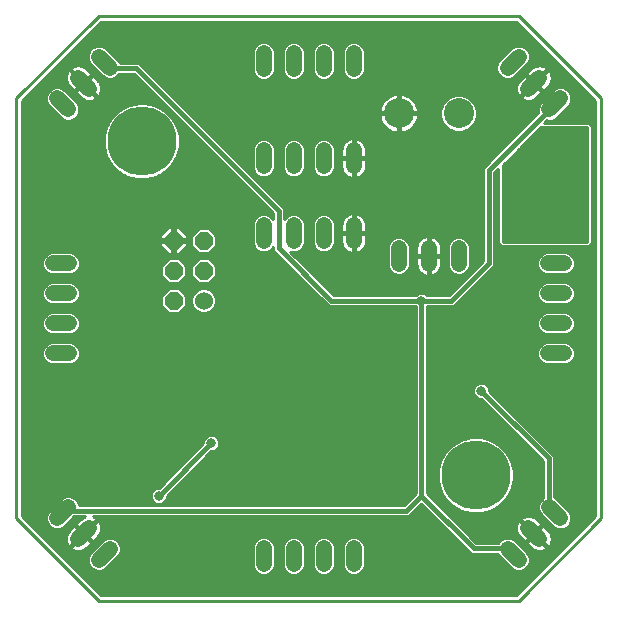
<source format=gtl>
G75*
%MOIN*%
%OFA0B0*%
%FSLAX25Y25*%
%IPPOS*%
%LPD*%
%AMOC8*
5,1,8,0,0,1.08239X$1,22.5*
%
%ADD10C,0.01000*%
%ADD11C,0.05200*%
%ADD12C,0.06000*%
%ADD13OC8,0.06000*%
%ADD14C,0.10000*%
%ADD15C,0.23000*%
%ADD16C,0.03150*%
%ADD17C,0.01600*%
D10*
X0016851Y0016478D02*
X0025597Y0016478D01*
X0025344Y0015867D02*
X0025344Y0014395D01*
X0025907Y0013035D01*
X0026948Y0011994D01*
X0028308Y0011431D01*
X0029780Y0011431D01*
X0031140Y0011994D01*
X0035857Y0016712D01*
X0036421Y0018072D01*
X0036421Y0019544D01*
X0035857Y0020904D01*
X0034817Y0021945D01*
X0033457Y0022508D01*
X0031985Y0022508D01*
X0030625Y0021945D01*
X0025907Y0017227D01*
X0025344Y0015867D01*
X0025344Y0015479D02*
X0017849Y0015479D01*
X0018848Y0014481D02*
X0025344Y0014481D01*
X0025722Y0013482D02*
X0019846Y0013482D01*
X0020845Y0012484D02*
X0026459Y0012484D01*
X0028177Y0011485D02*
X0021843Y0011485D01*
X0022842Y0010487D02*
X0082572Y0010487D01*
X0081904Y0010763D02*
X0083264Y0010200D01*
X0084736Y0010200D01*
X0086096Y0010763D01*
X0087137Y0011804D01*
X0087700Y0013164D01*
X0087700Y0019836D01*
X0087137Y0021196D01*
X0086096Y0022237D01*
X0084736Y0022800D01*
X0083264Y0022800D01*
X0081904Y0022237D01*
X0080863Y0021196D01*
X0080300Y0019836D01*
X0080300Y0013164D01*
X0080863Y0011804D01*
X0081904Y0010763D01*
X0081182Y0011485D02*
X0029910Y0011485D01*
X0031629Y0012484D02*
X0080582Y0012484D01*
X0080300Y0013482D02*
X0032627Y0013482D01*
X0033626Y0014481D02*
X0080300Y0014481D01*
X0080300Y0015479D02*
X0034624Y0015479D01*
X0035623Y0016478D02*
X0080300Y0016478D01*
X0080300Y0017476D02*
X0036174Y0017476D01*
X0036421Y0018475D02*
X0080300Y0018475D01*
X0080300Y0019473D02*
X0036421Y0019473D01*
X0036037Y0020472D02*
X0080563Y0020472D01*
X0081138Y0021470D02*
X0035291Y0021470D01*
X0033552Y0022469D02*
X0082464Y0022469D01*
X0085536Y0022469D02*
X0092464Y0022469D01*
X0091904Y0022237D02*
X0090863Y0021196D01*
X0090300Y0019836D01*
X0090300Y0013164D01*
X0090863Y0011804D01*
X0091904Y0010763D01*
X0093264Y0010200D01*
X0094736Y0010200D01*
X0096096Y0010763D01*
X0097137Y0011804D01*
X0097700Y0013164D01*
X0097700Y0019836D01*
X0097137Y0021196D01*
X0096096Y0022237D01*
X0094736Y0022800D01*
X0093264Y0022800D01*
X0091904Y0022237D01*
X0091138Y0021470D02*
X0086862Y0021470D01*
X0087437Y0020472D02*
X0090563Y0020472D01*
X0090300Y0019473D02*
X0087700Y0019473D01*
X0087700Y0018475D02*
X0090300Y0018475D01*
X0090300Y0017476D02*
X0087700Y0017476D01*
X0087700Y0016478D02*
X0090300Y0016478D01*
X0090300Y0015479D02*
X0087700Y0015479D01*
X0087700Y0014481D02*
X0090300Y0014481D01*
X0090300Y0013482D02*
X0087700Y0013482D01*
X0087418Y0012484D02*
X0090582Y0012484D01*
X0091182Y0011485D02*
X0086818Y0011485D01*
X0085428Y0010487D02*
X0092572Y0010487D01*
X0095428Y0010487D02*
X0102572Y0010487D01*
X0101904Y0010763D02*
X0103264Y0010200D01*
X0104736Y0010200D01*
X0106096Y0010763D01*
X0107137Y0011804D01*
X0107700Y0013164D01*
X0107700Y0019836D01*
X0107137Y0021196D01*
X0106096Y0022237D01*
X0104736Y0022800D01*
X0103264Y0022800D01*
X0101904Y0022237D01*
X0100863Y0021196D01*
X0100300Y0019836D01*
X0100300Y0013164D01*
X0100863Y0011804D01*
X0101904Y0010763D01*
X0101182Y0011485D02*
X0096818Y0011485D01*
X0097418Y0012484D02*
X0100582Y0012484D01*
X0100300Y0013482D02*
X0097700Y0013482D01*
X0097700Y0014481D02*
X0100300Y0014481D01*
X0100300Y0015479D02*
X0097700Y0015479D01*
X0097700Y0016478D02*
X0100300Y0016478D01*
X0100300Y0017476D02*
X0097700Y0017476D01*
X0097700Y0018475D02*
X0100300Y0018475D01*
X0100300Y0019473D02*
X0097700Y0019473D01*
X0097437Y0020472D02*
X0100563Y0020472D01*
X0101138Y0021470D02*
X0096862Y0021470D01*
X0095536Y0022469D02*
X0102464Y0022469D01*
X0105536Y0022469D02*
X0112464Y0022469D01*
X0111904Y0022237D02*
X0110863Y0021196D01*
X0110300Y0019836D01*
X0110300Y0013164D01*
X0110863Y0011804D01*
X0111904Y0010763D01*
X0113264Y0010200D01*
X0114736Y0010200D01*
X0116096Y0010763D01*
X0117137Y0011804D01*
X0117700Y0013164D01*
X0117700Y0019836D01*
X0117137Y0021196D01*
X0116096Y0022237D01*
X0114736Y0022800D01*
X0113264Y0022800D01*
X0111904Y0022237D01*
X0111138Y0021470D02*
X0106862Y0021470D01*
X0107437Y0020472D02*
X0110563Y0020472D01*
X0110300Y0019473D02*
X0107700Y0019473D01*
X0107700Y0018475D02*
X0110300Y0018475D01*
X0110300Y0017476D02*
X0107700Y0017476D01*
X0107700Y0016478D02*
X0110300Y0016478D01*
X0110300Y0015479D02*
X0107700Y0015479D01*
X0107700Y0014481D02*
X0110300Y0014481D01*
X0110300Y0013482D02*
X0107700Y0013482D01*
X0107418Y0012484D02*
X0110582Y0012484D01*
X0111182Y0011485D02*
X0106818Y0011485D01*
X0105428Y0010487D02*
X0112572Y0010487D01*
X0115428Y0010487D02*
X0175158Y0010487D01*
X0176157Y0011485D02*
X0169832Y0011485D01*
X0169685Y0011424D02*
X0171045Y0011988D01*
X0172086Y0013029D01*
X0172649Y0014388D01*
X0172649Y0015860D01*
X0172086Y0017220D01*
X0167368Y0021938D01*
X0166008Y0022501D01*
X0164537Y0022501D01*
X0163177Y0021938D01*
X0162139Y0020900D01*
X0154787Y0020900D01*
X0138400Y0037287D01*
X0138400Y0099600D01*
X0147287Y0099600D01*
X0159787Y0112100D01*
X0160900Y0113213D01*
X0160900Y0144287D01*
X0162100Y0145487D01*
X0162100Y0120713D01*
X0163213Y0119600D01*
X0192287Y0119600D01*
X0193400Y0120713D01*
X0193400Y0159787D01*
X0192287Y0160900D01*
X0177513Y0160900D01*
X0178267Y0161654D01*
X0178463Y0161573D01*
X0179935Y0161573D01*
X0181295Y0162136D01*
X0186012Y0166854D01*
X0186576Y0168213D01*
X0186576Y0169685D01*
X0186012Y0171045D01*
X0184971Y0172086D01*
X0183612Y0172649D01*
X0182140Y0172649D01*
X0180780Y0172086D01*
X0176062Y0167368D01*
X0175499Y0166008D01*
X0175499Y0164537D01*
X0175580Y0164341D01*
X0157100Y0145861D01*
X0157100Y0114787D01*
X0145713Y0103400D01*
X0138383Y0103400D01*
X0138015Y0103768D01*
X0137032Y0104175D01*
X0135968Y0104175D01*
X0134985Y0103768D01*
X0134617Y0103400D01*
X0107287Y0103400D01*
X0092791Y0117896D01*
X0093264Y0117700D01*
X0094736Y0117700D01*
X0096096Y0118263D01*
X0097137Y0119304D01*
X0097700Y0120664D01*
X0097700Y0127336D01*
X0097137Y0128696D01*
X0096096Y0129737D01*
X0094736Y0130300D01*
X0093264Y0130300D01*
X0091904Y0129737D01*
X0090900Y0128733D01*
X0090900Y0132287D01*
X0043400Y0179787D01*
X0042287Y0180900D01*
X0036028Y0180900D01*
X0035864Y0181295D01*
X0031146Y0186012D01*
X0029787Y0186576D01*
X0028315Y0186576D01*
X0026955Y0186012D01*
X0025914Y0184971D01*
X0025351Y0183612D01*
X0025351Y0182140D01*
X0025914Y0180780D01*
X0030632Y0176062D01*
X0031991Y0175499D01*
X0033463Y0175499D01*
X0034823Y0176062D01*
X0035861Y0177100D01*
X0040713Y0177100D01*
X0087100Y0130713D01*
X0087100Y0128733D01*
X0086096Y0129737D01*
X0084736Y0130300D01*
X0083264Y0130300D01*
X0081904Y0129737D01*
X0080863Y0128696D01*
X0080300Y0127336D01*
X0080300Y0120664D01*
X0080863Y0119304D01*
X0081904Y0118263D01*
X0083264Y0117700D01*
X0084736Y0117700D01*
X0086096Y0118263D01*
X0087100Y0119267D01*
X0087100Y0118213D01*
X0104600Y0100713D01*
X0105713Y0099600D01*
X0134600Y0099600D01*
X0134600Y0037287D01*
X0130713Y0033400D01*
X0022501Y0033400D01*
X0022501Y0033463D01*
X0021938Y0034823D01*
X0020897Y0035864D01*
X0019537Y0036427D01*
X0018065Y0036427D01*
X0016705Y0035864D01*
X0011988Y0031146D01*
X0011424Y0029787D01*
X0011424Y0028315D01*
X0011988Y0026955D01*
X0013029Y0025914D01*
X0014388Y0025351D01*
X0015860Y0025351D01*
X0017220Y0025914D01*
X0020906Y0029600D01*
X0024288Y0029600D01*
X0024187Y0029567D01*
X0023612Y0029274D01*
X0023090Y0028895D01*
X0021236Y0027041D01*
X0023923Y0024354D01*
X0028448Y0028879D01*
X0028432Y0028895D01*
X0027910Y0029274D01*
X0027335Y0029567D01*
X0027234Y0029600D01*
X0132287Y0029600D01*
X0133400Y0030713D01*
X0136500Y0033813D01*
X0152100Y0018213D01*
X0153213Y0017100D01*
X0161972Y0017100D01*
X0162136Y0016705D01*
X0166854Y0011988D01*
X0168213Y0011424D01*
X0169685Y0011424D01*
X0168067Y0011485D02*
X0116818Y0011485D01*
X0117418Y0012484D02*
X0166358Y0012484D01*
X0165359Y0013482D02*
X0117700Y0013482D01*
X0117700Y0014481D02*
X0164361Y0014481D01*
X0163362Y0015479D02*
X0117700Y0015479D01*
X0117700Y0016478D02*
X0162364Y0016478D01*
X0162709Y0021470D02*
X0154217Y0021470D01*
X0153218Y0022469D02*
X0164458Y0022469D01*
X0166087Y0022469D02*
X0169726Y0022469D01*
X0169105Y0023090D02*
X0170959Y0021236D01*
X0173646Y0023923D01*
X0169121Y0028448D01*
X0169105Y0028432D01*
X0168726Y0027910D01*
X0168433Y0027335D01*
X0168233Y0026721D01*
X0168132Y0026084D01*
X0168132Y0025438D01*
X0168233Y0024801D01*
X0168433Y0024187D01*
X0168726Y0023612D01*
X0169105Y0023090D01*
X0168831Y0023467D02*
X0152220Y0023467D01*
X0151221Y0024466D02*
X0168342Y0024466D01*
X0168132Y0025464D02*
X0150223Y0025464D01*
X0149224Y0026463D02*
X0168192Y0026463D01*
X0168497Y0027461D02*
X0148226Y0027461D01*
X0147227Y0028460D02*
X0169958Y0028460D01*
X0169545Y0028872D02*
X0174071Y0024347D01*
X0176758Y0027034D01*
X0174903Y0028888D01*
X0174381Y0029268D01*
X0173806Y0029561D01*
X0173192Y0029760D01*
X0172555Y0029861D01*
X0171910Y0029861D01*
X0171272Y0029760D01*
X0170658Y0029561D01*
X0170083Y0029268D01*
X0169561Y0028888D01*
X0169545Y0028872D01*
X0170457Y0029458D02*
X0146229Y0029458D01*
X0145230Y0030457D02*
X0176223Y0030457D01*
X0176055Y0030625D02*
X0175492Y0031985D01*
X0175492Y0033457D01*
X0176055Y0034817D01*
X0177096Y0035857D01*
X0177100Y0035859D01*
X0177100Y0048213D01*
X0156488Y0068825D01*
X0155968Y0068825D01*
X0154985Y0069232D01*
X0154232Y0069985D01*
X0153825Y0070968D01*
X0153825Y0072032D01*
X0154232Y0073015D01*
X0154985Y0073768D01*
X0155968Y0074175D01*
X0157032Y0074175D01*
X0158015Y0073768D01*
X0158768Y0073015D01*
X0159175Y0072032D01*
X0159175Y0071512D01*
X0179787Y0050900D01*
X0180900Y0049787D01*
X0180900Y0036018D01*
X0181288Y0035857D01*
X0186006Y0031140D01*
X0186569Y0029780D01*
X0186569Y0028308D01*
X0186006Y0026948D01*
X0184965Y0025907D01*
X0183605Y0025344D01*
X0182133Y0025344D01*
X0180773Y0025907D01*
X0176055Y0030625D01*
X0175711Y0031455D02*
X0159032Y0031455D01*
X0159533Y0031589D02*
X0162406Y0033248D01*
X0164752Y0035594D01*
X0166411Y0038467D01*
X0167269Y0041672D01*
X0167269Y0044990D01*
X0166411Y0048194D01*
X0164752Y0051067D01*
X0162406Y0053413D01*
X0159533Y0055072D01*
X0156328Y0055931D01*
X0153010Y0055931D01*
X0149806Y0055072D01*
X0146933Y0053413D01*
X0144587Y0051067D01*
X0142928Y0048194D01*
X0142069Y0044990D01*
X0142069Y0041672D01*
X0142928Y0038467D01*
X0144587Y0035594D01*
X0146933Y0033248D01*
X0149806Y0031589D01*
X0153010Y0030731D01*
X0156328Y0030731D01*
X0159533Y0031589D01*
X0161030Y0032454D02*
X0175492Y0032454D01*
X0175492Y0033452D02*
X0162610Y0033452D01*
X0163609Y0034451D02*
X0175904Y0034451D01*
X0176688Y0035449D02*
X0164607Y0035449D01*
X0165245Y0036448D02*
X0177100Y0036448D01*
X0177100Y0037446D02*
X0165821Y0037446D01*
X0166398Y0038445D02*
X0177100Y0038445D01*
X0177100Y0039443D02*
X0166672Y0039443D01*
X0166940Y0040442D02*
X0177100Y0040442D01*
X0177100Y0041440D02*
X0167207Y0041440D01*
X0167269Y0042439D02*
X0177100Y0042439D01*
X0177100Y0043437D02*
X0167269Y0043437D01*
X0167269Y0044436D02*
X0177100Y0044436D01*
X0177100Y0045434D02*
X0167150Y0045434D01*
X0166883Y0046433D02*
X0177100Y0046433D01*
X0177100Y0047432D02*
X0166615Y0047432D01*
X0166274Y0048430D02*
X0176883Y0048430D01*
X0175884Y0049429D02*
X0165698Y0049429D01*
X0165121Y0050427D02*
X0174886Y0050427D01*
X0173887Y0051426D02*
X0164394Y0051426D01*
X0163395Y0052424D02*
X0172889Y0052424D01*
X0171890Y0053423D02*
X0162390Y0053423D01*
X0160660Y0054421D02*
X0170892Y0054421D01*
X0169893Y0055420D02*
X0158235Y0055420D01*
X0151103Y0055420D02*
X0138400Y0055420D01*
X0138400Y0056418D02*
X0168895Y0056418D01*
X0167896Y0057417D02*
X0138400Y0057417D01*
X0138400Y0058415D02*
X0166898Y0058415D01*
X0165899Y0059414D02*
X0138400Y0059414D01*
X0138400Y0060412D02*
X0164901Y0060412D01*
X0163902Y0061411D02*
X0138400Y0061411D01*
X0138400Y0062409D02*
X0162904Y0062409D01*
X0161905Y0063408D02*
X0138400Y0063408D01*
X0138400Y0064406D02*
X0160907Y0064406D01*
X0159908Y0065405D02*
X0138400Y0065405D01*
X0138400Y0066403D02*
X0158910Y0066403D01*
X0157911Y0067402D02*
X0138400Y0067402D01*
X0138400Y0068400D02*
X0156913Y0068400D01*
X0154818Y0069399D02*
X0138400Y0069399D01*
X0138400Y0070397D02*
X0154062Y0070397D01*
X0153825Y0071396D02*
X0138400Y0071396D01*
X0138400Y0072394D02*
X0153975Y0072394D01*
X0154610Y0073393D02*
X0138400Y0073393D01*
X0138400Y0074391D02*
X0194500Y0074391D01*
X0194500Y0073393D02*
X0158390Y0073393D01*
X0159025Y0072394D02*
X0194500Y0072394D01*
X0194500Y0071396D02*
X0159291Y0071396D01*
X0160290Y0070397D02*
X0194500Y0070397D01*
X0194500Y0069399D02*
X0161288Y0069399D01*
X0162287Y0068400D02*
X0194500Y0068400D01*
X0194500Y0067402D02*
X0163285Y0067402D01*
X0164284Y0066403D02*
X0194500Y0066403D01*
X0194500Y0065405D02*
X0165282Y0065405D01*
X0166281Y0064406D02*
X0194500Y0064406D01*
X0194500Y0063408D02*
X0167279Y0063408D01*
X0168278Y0062409D02*
X0194500Y0062409D01*
X0194500Y0061411D02*
X0169276Y0061411D01*
X0170275Y0060412D02*
X0194500Y0060412D01*
X0194500Y0059414D02*
X0171273Y0059414D01*
X0172272Y0058415D02*
X0194500Y0058415D01*
X0194500Y0057417D02*
X0173270Y0057417D01*
X0174269Y0056418D02*
X0194500Y0056418D01*
X0194500Y0055420D02*
X0175267Y0055420D01*
X0176266Y0054421D02*
X0194500Y0054421D01*
X0194500Y0053423D02*
X0177264Y0053423D01*
X0178263Y0052424D02*
X0194500Y0052424D01*
X0194500Y0051426D02*
X0179261Y0051426D01*
X0180260Y0050427D02*
X0194500Y0050427D01*
X0194500Y0049429D02*
X0180900Y0049429D01*
X0180900Y0048430D02*
X0194500Y0048430D01*
X0194500Y0047432D02*
X0180900Y0047432D01*
X0180900Y0046433D02*
X0194500Y0046433D01*
X0194500Y0045434D02*
X0180900Y0045434D01*
X0180900Y0044436D02*
X0194500Y0044436D01*
X0194500Y0043437D02*
X0180900Y0043437D01*
X0180900Y0042439D02*
X0194500Y0042439D01*
X0194500Y0041440D02*
X0180900Y0041440D01*
X0180900Y0040442D02*
X0194500Y0040442D01*
X0194500Y0039443D02*
X0180900Y0039443D01*
X0180900Y0038445D02*
X0194500Y0038445D01*
X0194500Y0037446D02*
X0180900Y0037446D01*
X0180900Y0036448D02*
X0194500Y0036448D01*
X0194500Y0035449D02*
X0181696Y0035449D01*
X0182694Y0034451D02*
X0194500Y0034451D01*
X0194500Y0033452D02*
X0183693Y0033452D01*
X0184691Y0032454D02*
X0194500Y0032454D01*
X0194500Y0031455D02*
X0185690Y0031455D01*
X0186288Y0030457D02*
X0194500Y0030457D01*
X0194500Y0029828D02*
X0168172Y0003500D01*
X0029828Y0003500D01*
X0003500Y0029828D01*
X0003500Y0168171D01*
X0029867Y0194500D01*
X0168172Y0194500D01*
X0194500Y0168172D01*
X0194500Y0029828D01*
X0194130Y0029458D02*
X0186569Y0029458D01*
X0186569Y0028460D02*
X0193131Y0028460D01*
X0192133Y0027461D02*
X0186218Y0027461D01*
X0185520Y0026463D02*
X0191134Y0026463D01*
X0190136Y0025464D02*
X0183896Y0025464D01*
X0181842Y0025464D02*
X0178327Y0025464D01*
X0179036Y0024755D02*
X0177182Y0026610D01*
X0174495Y0023923D01*
X0174071Y0024347D01*
X0173646Y0023923D01*
X0174071Y0023498D01*
X0174495Y0023923D01*
X0179020Y0019397D01*
X0179036Y0019413D01*
X0179416Y0019935D01*
X0179709Y0020510D01*
X0179908Y0021124D01*
X0180009Y0021761D01*
X0180009Y0022407D01*
X0179908Y0023044D01*
X0179709Y0023658D01*
X0179416Y0024233D01*
X0179036Y0024755D01*
X0179247Y0024466D02*
X0189137Y0024466D01*
X0188139Y0023467D02*
X0179771Y0023467D01*
X0179999Y0022469D02*
X0187140Y0022469D01*
X0186142Y0021470D02*
X0179963Y0021470D01*
X0179689Y0020472D02*
X0185143Y0020472D01*
X0184145Y0019473D02*
X0179080Y0019473D01*
X0178944Y0019473D02*
X0178096Y0019473D01*
X0178596Y0018973D02*
X0174071Y0023498D01*
X0171384Y0020811D01*
X0173238Y0018957D01*
X0173760Y0018577D01*
X0174335Y0018285D01*
X0174949Y0018085D01*
X0175586Y0017984D01*
X0176232Y0017984D01*
X0176869Y0018085D01*
X0177483Y0018285D01*
X0178058Y0018577D01*
X0178580Y0018957D01*
X0178596Y0018973D01*
X0177856Y0018475D02*
X0183146Y0018475D01*
X0182148Y0017476D02*
X0171830Y0017476D01*
X0172394Y0016478D02*
X0181149Y0016478D01*
X0180151Y0015479D02*
X0172649Y0015479D01*
X0172649Y0014481D02*
X0179152Y0014481D01*
X0178154Y0013482D02*
X0172274Y0013482D01*
X0171541Y0012484D02*
X0177155Y0012484D01*
X0174160Y0009488D02*
X0023840Y0009488D01*
X0024839Y0008490D02*
X0173161Y0008490D01*
X0172163Y0007491D02*
X0025837Y0007491D01*
X0026836Y0006493D02*
X0171164Y0006493D01*
X0170166Y0005494D02*
X0027834Y0005494D01*
X0028833Y0004496D02*
X0169167Y0004496D01*
X0169000Y0001500D02*
X0196500Y0029000D01*
X0196500Y0169000D01*
X0169000Y0196500D01*
X0029000Y0196500D01*
X0029000Y0196461D02*
X0001500Y0169000D01*
X0001500Y0029000D01*
X0029000Y0001500D01*
X0169000Y0001500D01*
X0152837Y0017476D02*
X0117700Y0017476D01*
X0117700Y0018475D02*
X0151838Y0018475D01*
X0150840Y0019473D02*
X0117700Y0019473D01*
X0117437Y0020472D02*
X0149841Y0020472D01*
X0148843Y0021470D02*
X0116862Y0021470D01*
X0115536Y0022469D02*
X0147844Y0022469D01*
X0146846Y0023467D02*
X0029158Y0023467D01*
X0029268Y0023619D02*
X0029561Y0024194D01*
X0029760Y0024808D01*
X0029861Y0025445D01*
X0029861Y0026090D01*
X0029760Y0026728D01*
X0029561Y0027342D01*
X0029268Y0027917D01*
X0028888Y0028439D01*
X0028872Y0028455D01*
X0024347Y0023929D01*
X0027034Y0021242D01*
X0028888Y0023097D01*
X0029268Y0023619D01*
X0029649Y0024466D02*
X0145847Y0024466D01*
X0144849Y0025464D02*
X0029861Y0025464D01*
X0029802Y0026463D02*
X0143850Y0026463D01*
X0142852Y0027461D02*
X0029500Y0027461D01*
X0027879Y0027461D02*
X0027030Y0027461D01*
X0026880Y0026463D02*
X0026032Y0026463D01*
X0025882Y0025464D02*
X0025033Y0025464D01*
X0024883Y0024466D02*
X0024035Y0024466D01*
X0023923Y0024354D02*
X0024347Y0023929D01*
X0023923Y0023505D01*
X0026610Y0020818D01*
X0024755Y0018963D01*
X0024233Y0018584D01*
X0023658Y0018291D01*
X0023044Y0018092D01*
X0022407Y0017991D01*
X0021761Y0017991D01*
X0021124Y0018092D01*
X0020510Y0018291D01*
X0019935Y0018584D01*
X0019413Y0018963D01*
X0019397Y0018980D01*
X0023923Y0023505D01*
X0023498Y0023929D01*
X0018973Y0019404D01*
X0018957Y0019420D01*
X0018577Y0019942D01*
X0018285Y0020517D01*
X0018085Y0021131D01*
X0017984Y0021768D01*
X0017984Y0022413D01*
X0018085Y0023051D01*
X0018285Y0023665D01*
X0018577Y0024240D01*
X0018957Y0024762D01*
X0020811Y0026616D01*
X0023498Y0023929D01*
X0023923Y0024354D01*
X0023810Y0024466D02*
X0022962Y0024466D01*
X0023036Y0023467D02*
X0023885Y0023467D01*
X0023960Y0023467D02*
X0024809Y0023467D01*
X0024959Y0022469D02*
X0025807Y0022469D01*
X0025957Y0021470D02*
X0026806Y0021470D01*
X0027262Y0021470D02*
X0030150Y0021470D01*
X0029152Y0020472D02*
X0026263Y0020472D01*
X0025265Y0019473D02*
X0028153Y0019473D01*
X0027155Y0018475D02*
X0024018Y0018475D01*
X0026156Y0017476D02*
X0015852Y0017476D01*
X0014854Y0018475D02*
X0020150Y0018475D01*
X0019891Y0019473D02*
X0019042Y0019473D01*
X0018918Y0019473D02*
X0013855Y0019473D01*
X0012857Y0020472D02*
X0018308Y0020472D01*
X0018031Y0021470D02*
X0011858Y0021470D01*
X0010860Y0022469D02*
X0017993Y0022469D01*
X0018220Y0023467D02*
X0009861Y0023467D01*
X0008863Y0024466D02*
X0018742Y0024466D01*
X0019659Y0025464D02*
X0016135Y0025464D01*
X0017769Y0026463D02*
X0020658Y0026463D01*
X0020965Y0026463D02*
X0021813Y0026463D01*
X0021963Y0025464D02*
X0022812Y0025464D01*
X0021656Y0027461D02*
X0018768Y0027461D01*
X0019766Y0028460D02*
X0022655Y0028460D01*
X0023973Y0029458D02*
X0020765Y0029458D01*
X0022501Y0033452D02*
X0130765Y0033452D01*
X0131764Y0034451D02*
X0050734Y0034451D01*
X0050515Y0034232D02*
X0051268Y0034985D01*
X0051675Y0035968D01*
X0051675Y0036488D01*
X0066512Y0051325D01*
X0067032Y0051325D01*
X0068015Y0051732D01*
X0068768Y0052485D01*
X0069175Y0053468D01*
X0069175Y0054532D01*
X0068768Y0055515D01*
X0068015Y0056268D01*
X0067032Y0056675D01*
X0065968Y0056675D01*
X0064985Y0056268D01*
X0064232Y0055515D01*
X0063825Y0054532D01*
X0063825Y0054012D01*
X0048988Y0039175D01*
X0048468Y0039175D01*
X0047485Y0038768D01*
X0046732Y0038015D01*
X0046325Y0037032D01*
X0046325Y0035968D01*
X0046732Y0034985D01*
X0047485Y0034232D01*
X0048468Y0033825D01*
X0049532Y0033825D01*
X0050515Y0034232D01*
X0051460Y0035449D02*
X0132762Y0035449D01*
X0133761Y0036448D02*
X0051675Y0036448D01*
X0052633Y0037446D02*
X0134600Y0037446D01*
X0134600Y0038445D02*
X0053632Y0038445D01*
X0054630Y0039443D02*
X0134600Y0039443D01*
X0134600Y0040442D02*
X0055629Y0040442D01*
X0056627Y0041440D02*
X0134600Y0041440D01*
X0134600Y0042439D02*
X0057626Y0042439D01*
X0058624Y0043437D02*
X0134600Y0043437D01*
X0134600Y0044436D02*
X0059623Y0044436D01*
X0060621Y0045434D02*
X0134600Y0045434D01*
X0134600Y0046433D02*
X0061620Y0046433D01*
X0062619Y0047432D02*
X0134600Y0047432D01*
X0134600Y0048430D02*
X0063617Y0048430D01*
X0064616Y0049429D02*
X0134600Y0049429D01*
X0134600Y0050427D02*
X0065614Y0050427D01*
X0067274Y0051426D02*
X0134600Y0051426D01*
X0134600Y0052424D02*
X0068707Y0052424D01*
X0069156Y0053423D02*
X0134600Y0053423D01*
X0134600Y0054421D02*
X0069175Y0054421D01*
X0068807Y0055420D02*
X0134600Y0055420D01*
X0134600Y0056418D02*
X0067652Y0056418D01*
X0065348Y0056418D02*
X0003500Y0056418D01*
X0003500Y0055420D02*
X0064193Y0055420D01*
X0063825Y0054421D02*
X0003500Y0054421D01*
X0003500Y0053423D02*
X0063236Y0053423D01*
X0062237Y0052424D02*
X0003500Y0052424D01*
X0003500Y0051426D02*
X0061239Y0051426D01*
X0060240Y0050427D02*
X0003500Y0050427D01*
X0003500Y0049429D02*
X0059242Y0049429D01*
X0058243Y0048430D02*
X0003500Y0048430D01*
X0003500Y0047432D02*
X0057245Y0047432D01*
X0056246Y0046433D02*
X0003500Y0046433D01*
X0003500Y0045434D02*
X0055248Y0045434D01*
X0054249Y0044436D02*
X0003500Y0044436D01*
X0003500Y0043437D02*
X0053250Y0043437D01*
X0052252Y0042439D02*
X0003500Y0042439D01*
X0003500Y0041440D02*
X0051253Y0041440D01*
X0050255Y0040442D02*
X0003500Y0040442D01*
X0003500Y0039443D02*
X0049256Y0039443D01*
X0047162Y0038445D02*
X0003500Y0038445D01*
X0003500Y0037446D02*
X0046497Y0037446D01*
X0046325Y0036448D02*
X0003500Y0036448D01*
X0003500Y0035449D02*
X0016291Y0035449D01*
X0015292Y0034451D02*
X0003500Y0034451D01*
X0003500Y0033452D02*
X0014294Y0033452D01*
X0013295Y0032454D02*
X0003500Y0032454D01*
X0003500Y0031455D02*
X0012297Y0031455D01*
X0011702Y0030457D02*
X0003500Y0030457D01*
X0003870Y0029458D02*
X0011424Y0029458D01*
X0011424Y0028460D02*
X0004869Y0028460D01*
X0005867Y0027461D02*
X0011778Y0027461D01*
X0012480Y0026463D02*
X0006866Y0026463D01*
X0007864Y0025464D02*
X0014114Y0025464D01*
X0020041Y0020472D02*
X0020889Y0020472D01*
X0021039Y0021470D02*
X0021888Y0021470D01*
X0022038Y0022469D02*
X0022886Y0022469D01*
X0028260Y0022469D02*
X0031890Y0022469D01*
X0028029Y0028460D02*
X0141853Y0028460D01*
X0140855Y0029458D02*
X0027549Y0029458D01*
X0022092Y0034451D02*
X0047266Y0034451D01*
X0046540Y0035449D02*
X0021312Y0035449D01*
X0003500Y0057417D02*
X0134600Y0057417D01*
X0134600Y0058415D02*
X0003500Y0058415D01*
X0003500Y0059414D02*
X0134600Y0059414D01*
X0134600Y0060412D02*
X0003500Y0060412D01*
X0003500Y0061411D02*
X0134600Y0061411D01*
X0134600Y0062409D02*
X0003500Y0062409D01*
X0003500Y0063408D02*
X0134600Y0063408D01*
X0134600Y0064406D02*
X0003500Y0064406D01*
X0003500Y0065405D02*
X0134600Y0065405D01*
X0134600Y0066403D02*
X0003500Y0066403D01*
X0003500Y0067402D02*
X0134600Y0067402D01*
X0134600Y0068400D02*
X0003500Y0068400D01*
X0003500Y0069399D02*
X0134600Y0069399D01*
X0134600Y0070397D02*
X0003500Y0070397D01*
X0003500Y0071396D02*
X0134600Y0071396D01*
X0134600Y0072394D02*
X0003500Y0072394D01*
X0003500Y0073393D02*
X0134600Y0073393D01*
X0134600Y0074391D02*
X0003500Y0074391D01*
X0003500Y0075390D02*
X0134600Y0075390D01*
X0134600Y0076388D02*
X0003500Y0076388D01*
X0003500Y0077387D02*
X0134600Y0077387D01*
X0134600Y0078385D02*
X0003500Y0078385D01*
X0003500Y0079384D02*
X0134600Y0079384D01*
X0134600Y0080382D02*
X0020035Y0080382D01*
X0019836Y0080300D02*
X0021196Y0080863D01*
X0022237Y0081904D01*
X0022800Y0083264D01*
X0022800Y0084736D01*
X0022237Y0086096D01*
X0021196Y0087137D01*
X0019836Y0087700D01*
X0013164Y0087700D01*
X0011804Y0087137D01*
X0010763Y0086096D01*
X0010200Y0084736D01*
X0010200Y0083264D01*
X0010763Y0081904D01*
X0011804Y0080863D01*
X0013164Y0080300D01*
X0019836Y0080300D01*
X0021713Y0081381D02*
X0134600Y0081381D01*
X0134600Y0082379D02*
X0022434Y0082379D01*
X0022800Y0083378D02*
X0134600Y0083378D01*
X0134600Y0084376D02*
X0022800Y0084376D01*
X0022535Y0085375D02*
X0134600Y0085375D01*
X0134600Y0086373D02*
X0021959Y0086373D01*
X0020628Y0087372D02*
X0134600Y0087372D01*
X0134600Y0088370D02*
X0003500Y0088370D01*
X0003500Y0087372D02*
X0012372Y0087372D01*
X0011041Y0086373D02*
X0003500Y0086373D01*
X0003500Y0085375D02*
X0010465Y0085375D01*
X0010200Y0084376D02*
X0003500Y0084376D01*
X0003500Y0083378D02*
X0010200Y0083378D01*
X0010566Y0082379D02*
X0003500Y0082379D01*
X0003500Y0081381D02*
X0011286Y0081381D01*
X0012965Y0080382D02*
X0003500Y0080382D01*
X0003500Y0089369D02*
X0134600Y0089369D01*
X0134600Y0090368D02*
X0019999Y0090368D01*
X0019836Y0090300D02*
X0021196Y0090863D01*
X0022237Y0091904D01*
X0022800Y0093264D01*
X0022800Y0094736D01*
X0022237Y0096096D01*
X0021196Y0097137D01*
X0019836Y0097700D01*
X0013164Y0097700D01*
X0011804Y0097137D01*
X0010763Y0096096D01*
X0010200Y0094736D01*
X0010200Y0093264D01*
X0010763Y0091904D01*
X0011804Y0090863D01*
X0013164Y0090300D01*
X0019836Y0090300D01*
X0021699Y0091366D02*
X0134600Y0091366D01*
X0134600Y0092365D02*
X0022427Y0092365D01*
X0022800Y0093363D02*
X0134600Y0093363D01*
X0134600Y0094362D02*
X0022800Y0094362D01*
X0022541Y0095360D02*
X0134600Y0095360D01*
X0134600Y0096359D02*
X0021974Y0096359D01*
X0020664Y0097357D02*
X0134600Y0097357D01*
X0134600Y0098356D02*
X0066654Y0098356D01*
X0066322Y0098024D02*
X0067476Y0099178D01*
X0068100Y0100684D01*
X0068100Y0102316D01*
X0067476Y0103822D01*
X0066322Y0104976D01*
X0064816Y0105600D01*
X0063184Y0105600D01*
X0061678Y0104976D01*
X0060524Y0103822D01*
X0059900Y0102316D01*
X0059900Y0100684D01*
X0060524Y0099178D01*
X0061678Y0098024D01*
X0063184Y0097400D01*
X0064816Y0097400D01*
X0066322Y0098024D01*
X0067549Y0099354D02*
X0134600Y0099354D01*
X0138400Y0099354D02*
X0194500Y0099354D01*
X0194500Y0098356D02*
X0138400Y0098356D01*
X0138400Y0097357D02*
X0177336Y0097357D01*
X0176804Y0097137D02*
X0175763Y0096096D01*
X0175200Y0094736D01*
X0175200Y0093264D01*
X0175763Y0091904D01*
X0176804Y0090863D01*
X0178164Y0090300D01*
X0184836Y0090300D01*
X0186196Y0090863D01*
X0187237Y0091904D01*
X0187800Y0093264D01*
X0187800Y0094736D01*
X0187237Y0096096D01*
X0186196Y0097137D01*
X0184836Y0097700D01*
X0178164Y0097700D01*
X0176804Y0097137D01*
X0176026Y0096359D02*
X0138400Y0096359D01*
X0138400Y0095360D02*
X0175459Y0095360D01*
X0175200Y0094362D02*
X0138400Y0094362D01*
X0138400Y0093363D02*
X0175200Y0093363D01*
X0175573Y0092365D02*
X0138400Y0092365D01*
X0138400Y0091366D02*
X0176301Y0091366D01*
X0178001Y0090368D02*
X0138400Y0090368D01*
X0138400Y0089369D02*
X0194500Y0089369D01*
X0194500Y0090368D02*
X0184999Y0090368D01*
X0186699Y0091366D02*
X0194500Y0091366D01*
X0194500Y0092365D02*
X0187427Y0092365D01*
X0187800Y0093363D02*
X0194500Y0093363D01*
X0194500Y0094362D02*
X0187800Y0094362D01*
X0187541Y0095360D02*
X0194500Y0095360D01*
X0194500Y0096359D02*
X0186974Y0096359D01*
X0185664Y0097357D02*
X0194500Y0097357D01*
X0194500Y0100353D02*
X0184963Y0100353D01*
X0184836Y0100300D02*
X0186196Y0100863D01*
X0187237Y0101904D01*
X0187800Y0103264D01*
X0187800Y0104736D01*
X0187237Y0106096D01*
X0186196Y0107137D01*
X0184836Y0107700D01*
X0178164Y0107700D01*
X0176804Y0107137D01*
X0175763Y0106096D01*
X0175200Y0104736D01*
X0175200Y0103264D01*
X0175763Y0101904D01*
X0176804Y0100863D01*
X0178164Y0100300D01*
X0184836Y0100300D01*
X0186684Y0101351D02*
X0194500Y0101351D01*
X0194500Y0102350D02*
X0187421Y0102350D01*
X0187800Y0103348D02*
X0194500Y0103348D01*
X0194500Y0104347D02*
X0187800Y0104347D01*
X0187548Y0105345D02*
X0194500Y0105345D01*
X0194500Y0106344D02*
X0186989Y0106344D01*
X0185700Y0107342D02*
X0194500Y0107342D01*
X0194500Y0108341D02*
X0156028Y0108341D01*
X0157026Y0109339D02*
X0194500Y0109339D01*
X0194500Y0110338D02*
X0184927Y0110338D01*
X0184836Y0110300D02*
X0186196Y0110863D01*
X0187237Y0111904D01*
X0187800Y0113264D01*
X0187800Y0114736D01*
X0187237Y0116096D01*
X0186196Y0117137D01*
X0184836Y0117700D01*
X0178164Y0117700D01*
X0176804Y0117137D01*
X0175763Y0116096D01*
X0175200Y0114736D01*
X0175200Y0113264D01*
X0175763Y0111904D01*
X0176804Y0110863D01*
X0178164Y0110300D01*
X0184836Y0110300D01*
X0186669Y0111336D02*
X0194500Y0111336D01*
X0194500Y0112335D02*
X0187415Y0112335D01*
X0187800Y0113333D02*
X0194500Y0113333D01*
X0194500Y0114332D02*
X0187800Y0114332D01*
X0187554Y0115330D02*
X0194500Y0115330D01*
X0194500Y0116329D02*
X0187004Y0116329D01*
X0185736Y0117327D02*
X0194500Y0117327D01*
X0194500Y0118326D02*
X0160900Y0118326D01*
X0160900Y0119324D02*
X0194500Y0119324D01*
X0194500Y0120323D02*
X0193010Y0120323D01*
X0193400Y0121321D02*
X0194500Y0121321D01*
X0194500Y0122320D02*
X0193400Y0122320D01*
X0193400Y0123318D02*
X0194500Y0123318D01*
X0194500Y0124317D02*
X0193400Y0124317D01*
X0193400Y0125315D02*
X0194500Y0125315D01*
X0194500Y0126314D02*
X0193400Y0126314D01*
X0193400Y0127312D02*
X0194500Y0127312D01*
X0194500Y0128311D02*
X0193400Y0128311D01*
X0193400Y0129309D02*
X0194500Y0129309D01*
X0194500Y0130308D02*
X0193400Y0130308D01*
X0193400Y0131306D02*
X0194500Y0131306D01*
X0194500Y0132305D02*
X0193400Y0132305D01*
X0193400Y0133303D02*
X0194500Y0133303D01*
X0194500Y0134302D02*
X0193400Y0134302D01*
X0193400Y0135301D02*
X0194500Y0135301D01*
X0194500Y0136299D02*
X0193400Y0136299D01*
X0193400Y0137298D02*
X0194500Y0137298D01*
X0194500Y0138296D02*
X0193400Y0138296D01*
X0193400Y0139295D02*
X0194500Y0139295D01*
X0194500Y0140293D02*
X0193400Y0140293D01*
X0193400Y0141292D02*
X0194500Y0141292D01*
X0194500Y0142290D02*
X0193400Y0142290D01*
X0193400Y0143289D02*
X0194500Y0143289D01*
X0194500Y0144287D02*
X0193400Y0144287D01*
X0193400Y0145286D02*
X0194500Y0145286D01*
X0194500Y0146284D02*
X0193400Y0146284D01*
X0193400Y0147283D02*
X0194500Y0147283D01*
X0194500Y0148281D02*
X0193400Y0148281D01*
X0193400Y0149280D02*
X0194500Y0149280D01*
X0194500Y0150278D02*
X0193400Y0150278D01*
X0193400Y0151277D02*
X0194500Y0151277D01*
X0194500Y0152275D02*
X0193400Y0152275D01*
X0193400Y0153274D02*
X0194500Y0153274D01*
X0194500Y0154272D02*
X0193400Y0154272D01*
X0193400Y0155271D02*
X0194500Y0155271D01*
X0194500Y0156269D02*
X0193400Y0156269D01*
X0193400Y0157268D02*
X0194500Y0157268D01*
X0194500Y0158266D02*
X0193400Y0158266D01*
X0193400Y0159265D02*
X0194500Y0159265D01*
X0194500Y0160263D02*
X0192924Y0160263D01*
X0194500Y0161262D02*
X0177875Y0161262D01*
X0175496Y0164257D02*
X0155100Y0164257D01*
X0155100Y0165213D02*
X0155100Y0162787D01*
X0154171Y0160545D01*
X0152455Y0158829D01*
X0150213Y0157900D01*
X0147787Y0157900D01*
X0145545Y0158829D01*
X0143829Y0160545D01*
X0142900Y0162787D01*
X0142900Y0165213D01*
X0143829Y0167455D01*
X0145545Y0169171D01*
X0147787Y0170100D01*
X0150213Y0170100D01*
X0152455Y0169171D01*
X0154171Y0167455D01*
X0155100Y0165213D01*
X0155082Y0165256D02*
X0175499Y0165256D01*
X0175600Y0166254D02*
X0154669Y0166254D01*
X0154255Y0167253D02*
X0176014Y0167253D01*
X0176945Y0168251D02*
X0173255Y0168251D01*
X0173199Y0168233D02*
X0173813Y0168433D01*
X0174388Y0168726D01*
X0174910Y0169105D01*
X0176764Y0170959D01*
X0174077Y0173646D01*
X0169552Y0169121D01*
X0169568Y0169105D01*
X0170090Y0168726D01*
X0170665Y0168433D01*
X0171279Y0168233D01*
X0171916Y0168132D01*
X0172562Y0168132D01*
X0173199Y0168233D01*
X0171223Y0168251D02*
X0153375Y0168251D01*
X0152266Y0169250D02*
X0169681Y0169250D01*
X0169128Y0169545D02*
X0173653Y0174071D01*
X0170966Y0176758D01*
X0169112Y0174903D01*
X0168732Y0174381D01*
X0168439Y0173806D01*
X0168240Y0173192D01*
X0168139Y0172555D01*
X0168139Y0171910D01*
X0168240Y0171272D01*
X0168439Y0170658D01*
X0168732Y0170083D01*
X0169112Y0169561D01*
X0169128Y0169545D01*
X0168648Y0170248D02*
X0130795Y0170248D01*
X0131094Y0170168D02*
X0130271Y0170389D01*
X0129426Y0170500D01*
X0129300Y0170500D01*
X0129300Y0164300D01*
X0135500Y0164300D01*
X0135500Y0164426D01*
X0135389Y0165271D01*
X0135168Y0166094D01*
X0134842Y0166881D01*
X0134416Y0167619D01*
X0133897Y0168295D01*
X0133295Y0168897D01*
X0132619Y0169416D01*
X0131881Y0169842D01*
X0131094Y0170168D01*
X0129300Y0170248D02*
X0128700Y0170248D01*
X0128700Y0170500D02*
X0128574Y0170500D01*
X0127729Y0170389D01*
X0126906Y0170168D01*
X0126119Y0169842D01*
X0125381Y0169416D01*
X0124705Y0168897D01*
X0124103Y0168295D01*
X0123584Y0167619D01*
X0123158Y0166881D01*
X0122832Y0166094D01*
X0122611Y0165271D01*
X0122500Y0164426D01*
X0122500Y0164300D01*
X0128700Y0164300D01*
X0128700Y0170500D01*
X0128700Y0169250D02*
X0129300Y0169250D01*
X0129300Y0168251D02*
X0128700Y0168251D01*
X0128700Y0167253D02*
X0129300Y0167253D01*
X0129300Y0166254D02*
X0128700Y0166254D01*
X0128700Y0165256D02*
X0129300Y0165256D01*
X0129300Y0164300D02*
X0128700Y0164300D01*
X0128700Y0163700D01*
X0129300Y0163700D01*
X0129300Y0164300D01*
X0129300Y0164257D02*
X0142900Y0164257D01*
X0142900Y0163259D02*
X0135458Y0163259D01*
X0135500Y0163574D02*
X0135500Y0163700D01*
X0129300Y0163700D01*
X0129300Y0157500D01*
X0129426Y0157500D01*
X0130271Y0157611D01*
X0131094Y0157832D01*
X0131881Y0158158D01*
X0132619Y0158584D01*
X0133295Y0159103D01*
X0133897Y0159705D01*
X0134416Y0160381D01*
X0134842Y0161119D01*
X0135168Y0161906D01*
X0135389Y0162729D01*
X0135500Y0163574D01*
X0135263Y0162260D02*
X0143118Y0162260D01*
X0143532Y0161262D02*
X0134901Y0161262D01*
X0134326Y0160263D02*
X0144110Y0160263D01*
X0145109Y0159265D02*
X0133457Y0159265D01*
X0132069Y0158266D02*
X0146902Y0158266D01*
X0151098Y0158266D02*
X0169505Y0158266D01*
X0168507Y0157268D02*
X0065919Y0157268D01*
X0064921Y0158266D02*
X0125931Y0158266D01*
X0126119Y0158158D02*
X0126906Y0157832D01*
X0127729Y0157611D01*
X0128574Y0157500D01*
X0128700Y0157500D01*
X0128700Y0163700D01*
X0122500Y0163700D01*
X0122500Y0163574D01*
X0122611Y0162729D01*
X0122832Y0161906D01*
X0123158Y0161119D01*
X0123584Y0160381D01*
X0124103Y0159705D01*
X0124705Y0159103D01*
X0125381Y0158584D01*
X0126119Y0158158D01*
X0124543Y0159265D02*
X0063922Y0159265D01*
X0062924Y0160263D02*
X0123674Y0160263D01*
X0123099Y0161262D02*
X0061925Y0161262D01*
X0060927Y0162260D02*
X0122737Y0162260D01*
X0122541Y0163259D02*
X0059928Y0163259D01*
X0058930Y0164257D02*
X0128700Y0164257D01*
X0128700Y0163259D02*
X0129300Y0163259D01*
X0129300Y0162260D02*
X0128700Y0162260D01*
X0128700Y0161262D02*
X0129300Y0161262D01*
X0129300Y0160263D02*
X0128700Y0160263D01*
X0128700Y0159265D02*
X0129300Y0159265D01*
X0129300Y0158266D02*
X0128700Y0158266D01*
X0122609Y0165256D02*
X0057931Y0165256D01*
X0056933Y0166254D02*
X0122898Y0166254D01*
X0123373Y0167253D02*
X0055934Y0167253D01*
X0054936Y0168251D02*
X0124069Y0168251D01*
X0125164Y0169250D02*
X0053937Y0169250D01*
X0052939Y0170248D02*
X0127205Y0170248D01*
X0132836Y0169250D02*
X0145734Y0169250D01*
X0144625Y0168251D02*
X0133931Y0168251D01*
X0134627Y0167253D02*
X0143745Y0167253D01*
X0143331Y0166254D02*
X0135102Y0166254D01*
X0135391Y0165256D02*
X0142918Y0165256D01*
X0152891Y0159265D02*
X0170504Y0159265D01*
X0171502Y0160263D02*
X0153890Y0160263D01*
X0154468Y0161262D02*
X0172501Y0161262D01*
X0173499Y0162260D02*
X0154882Y0162260D01*
X0155100Y0163259D02*
X0174498Y0163259D01*
X0175055Y0169250D02*
X0177943Y0169250D01*
X0178942Y0170248D02*
X0176053Y0170248D01*
X0176477Y0171247D02*
X0179940Y0171247D01*
X0181164Y0172245D02*
X0178050Y0172245D01*
X0177189Y0171384D02*
X0179043Y0173238D01*
X0179422Y0173760D01*
X0179715Y0174335D01*
X0179915Y0174949D01*
X0180016Y0175586D01*
X0180016Y0176232D01*
X0179915Y0176869D01*
X0179715Y0177483D01*
X0179422Y0178058D01*
X0179043Y0178580D01*
X0179027Y0178596D01*
X0174502Y0174071D01*
X0174077Y0174495D01*
X0173653Y0174071D01*
X0174077Y0173646D01*
X0174502Y0174071D01*
X0177189Y0171384D01*
X0176327Y0172245D02*
X0175478Y0172245D01*
X0175328Y0173244D02*
X0174480Y0173244D01*
X0173675Y0173244D02*
X0172826Y0173244D01*
X0172676Y0172245D02*
X0171828Y0172245D01*
X0171678Y0171247D02*
X0170829Y0171247D01*
X0170679Y0170248D02*
X0169831Y0170248D01*
X0168248Y0171247D02*
X0051940Y0171247D01*
X0050942Y0172245D02*
X0168139Y0172245D01*
X0168257Y0173244D02*
X0049943Y0173244D01*
X0048945Y0174242D02*
X0168662Y0174242D01*
X0169449Y0175241D02*
X0114835Y0175241D01*
X0114736Y0175200D02*
X0116096Y0175763D01*
X0117137Y0176804D01*
X0117700Y0178164D01*
X0117700Y0184836D01*
X0117137Y0186196D01*
X0116096Y0187237D01*
X0114736Y0187800D01*
X0113264Y0187800D01*
X0111904Y0187237D01*
X0110863Y0186196D01*
X0110300Y0184836D01*
X0110300Y0178164D01*
X0110863Y0176804D01*
X0111904Y0175763D01*
X0113264Y0175200D01*
X0114736Y0175200D01*
X0113165Y0175241D02*
X0104835Y0175241D01*
X0104736Y0175200D02*
X0106096Y0175763D01*
X0107137Y0176804D01*
X0107700Y0178164D01*
X0107700Y0184836D01*
X0107137Y0186196D01*
X0106096Y0187237D01*
X0104736Y0187800D01*
X0103264Y0187800D01*
X0101904Y0187237D01*
X0100863Y0186196D01*
X0100300Y0184836D01*
X0100300Y0178164D01*
X0100863Y0176804D01*
X0101904Y0175763D01*
X0103264Y0175200D01*
X0104736Y0175200D01*
X0103165Y0175241D02*
X0094835Y0175241D01*
X0094736Y0175200D02*
X0096096Y0175763D01*
X0097137Y0176804D01*
X0097700Y0178164D01*
X0097700Y0184836D01*
X0097137Y0186196D01*
X0096096Y0187237D01*
X0094736Y0187800D01*
X0093264Y0187800D01*
X0091904Y0187237D01*
X0090863Y0186196D01*
X0090300Y0184836D01*
X0090300Y0178164D01*
X0090863Y0176804D01*
X0091904Y0175763D01*
X0093264Y0175200D01*
X0094736Y0175200D01*
X0093165Y0175241D02*
X0084835Y0175241D01*
X0084736Y0175200D02*
X0086096Y0175763D01*
X0087137Y0176804D01*
X0087700Y0178164D01*
X0087700Y0184836D01*
X0087137Y0186196D01*
X0086096Y0187237D01*
X0084736Y0187800D01*
X0083264Y0187800D01*
X0081904Y0187237D01*
X0080863Y0186196D01*
X0080300Y0184836D01*
X0080300Y0178164D01*
X0080863Y0176804D01*
X0081904Y0175763D01*
X0083264Y0175200D01*
X0084736Y0175200D01*
X0083165Y0175241D02*
X0047946Y0175241D01*
X0046948Y0176239D02*
X0081428Y0176239D01*
X0080684Y0177238D02*
X0045949Y0177238D01*
X0044950Y0178237D02*
X0080300Y0178237D01*
X0080300Y0179235D02*
X0043952Y0179235D01*
X0042953Y0180234D02*
X0080300Y0180234D01*
X0080300Y0181232D02*
X0035890Y0181232D01*
X0034928Y0182231D02*
X0080300Y0182231D01*
X0080300Y0183229D02*
X0033930Y0183229D01*
X0032931Y0184228D02*
X0080300Y0184228D01*
X0080462Y0185226D02*
X0031933Y0185226D01*
X0030634Y0186225D02*
X0080892Y0186225D01*
X0081891Y0187223D02*
X0022580Y0187223D01*
X0023580Y0188222D02*
X0174450Y0188222D01*
X0173451Y0189220D02*
X0024580Y0189220D01*
X0025580Y0190219D02*
X0172453Y0190219D01*
X0171454Y0191217D02*
X0026579Y0191217D01*
X0027579Y0192216D02*
X0170456Y0192216D01*
X0169457Y0193214D02*
X0028579Y0193214D01*
X0029579Y0194213D02*
X0168459Y0194213D01*
X0168220Y0186569D02*
X0166860Y0186006D01*
X0162142Y0181288D01*
X0161579Y0179928D01*
X0161579Y0178456D01*
X0162142Y0177096D01*
X0163183Y0176055D01*
X0164543Y0175492D01*
X0166015Y0175492D01*
X0167375Y0176055D01*
X0172093Y0180773D01*
X0172656Y0182133D01*
X0172656Y0183605D01*
X0172093Y0184965D01*
X0171052Y0186006D01*
X0169692Y0186569D01*
X0168220Y0186569D01*
X0167389Y0186225D02*
X0117108Y0186225D01*
X0117538Y0185226D02*
X0166081Y0185226D01*
X0165082Y0184228D02*
X0117700Y0184228D01*
X0117700Y0183229D02*
X0164084Y0183229D01*
X0163085Y0182231D02*
X0117700Y0182231D01*
X0117700Y0181232D02*
X0162119Y0181232D01*
X0161706Y0180234D02*
X0117700Y0180234D01*
X0117700Y0179235D02*
X0161579Y0179235D01*
X0161670Y0178237D02*
X0117700Y0178237D01*
X0117316Y0177238D02*
X0162084Y0177238D01*
X0162999Y0176239D02*
X0116572Y0176239D01*
X0111428Y0176239D02*
X0106572Y0176239D01*
X0107316Y0177238D02*
X0110684Y0177238D01*
X0110300Y0178237D02*
X0107700Y0178237D01*
X0107700Y0179235D02*
X0110300Y0179235D01*
X0110300Y0180234D02*
X0107700Y0180234D01*
X0107700Y0181232D02*
X0110300Y0181232D01*
X0110300Y0182231D02*
X0107700Y0182231D01*
X0107700Y0183229D02*
X0110300Y0183229D01*
X0110300Y0184228D02*
X0107700Y0184228D01*
X0107538Y0185226D02*
X0110462Y0185226D01*
X0110892Y0186225D02*
X0107108Y0186225D01*
X0106109Y0187223D02*
X0111891Y0187223D01*
X0116109Y0187223D02*
X0175448Y0187223D01*
X0176447Y0186225D02*
X0170523Y0186225D01*
X0171832Y0185226D02*
X0177445Y0185226D01*
X0178444Y0184228D02*
X0172398Y0184228D01*
X0172656Y0183229D02*
X0179443Y0183229D01*
X0180441Y0182231D02*
X0172656Y0182231D01*
X0172283Y0181232D02*
X0181440Y0181232D01*
X0182438Y0180234D02*
X0171553Y0180234D01*
X0170555Y0179235D02*
X0173518Y0179235D01*
X0173767Y0179416D02*
X0173245Y0179036D01*
X0171390Y0177182D01*
X0174077Y0174495D01*
X0178603Y0179020D01*
X0178587Y0179036D01*
X0178065Y0179416D01*
X0177490Y0179709D01*
X0176876Y0179908D01*
X0176239Y0180009D01*
X0175593Y0180009D01*
X0174956Y0179908D01*
X0174342Y0179709D01*
X0173767Y0179416D01*
X0172445Y0178237D02*
X0169556Y0178237D01*
X0168558Y0177238D02*
X0171446Y0177238D01*
X0171484Y0176239D02*
X0172333Y0176239D01*
X0172483Y0175241D02*
X0173331Y0175241D01*
X0173481Y0174242D02*
X0173825Y0174242D01*
X0174330Y0174242D02*
X0174673Y0174242D01*
X0174823Y0175241D02*
X0175672Y0175241D01*
X0175822Y0176239D02*
X0176670Y0176239D01*
X0176820Y0177238D02*
X0177669Y0177238D01*
X0177819Y0178237D02*
X0178667Y0178237D01*
X0179293Y0178237D02*
X0184435Y0178237D01*
X0183437Y0179235D02*
X0178314Y0179235D01*
X0179795Y0177238D02*
X0185434Y0177238D01*
X0186432Y0176239D02*
X0180015Y0176239D01*
X0179961Y0175241D02*
X0187431Y0175241D01*
X0188429Y0174242D02*
X0179668Y0174242D01*
X0179047Y0173244D02*
X0189428Y0173244D01*
X0190426Y0172245D02*
X0184587Y0172245D01*
X0185811Y0171247D02*
X0191425Y0171247D01*
X0192423Y0170248D02*
X0186342Y0170248D01*
X0186576Y0169250D02*
X0193422Y0169250D01*
X0194420Y0168251D02*
X0186576Y0168251D01*
X0186178Y0167253D02*
X0194500Y0167253D01*
X0194500Y0166254D02*
X0185413Y0166254D01*
X0184415Y0165256D02*
X0194500Y0165256D01*
X0194500Y0164257D02*
X0183416Y0164257D01*
X0182418Y0163259D02*
X0194500Y0163259D01*
X0194500Y0162260D02*
X0181419Y0162260D01*
X0167508Y0156269D02*
X0066918Y0156269D01*
X0067916Y0155271D02*
X0083193Y0155271D01*
X0083264Y0155300D02*
X0081904Y0154737D01*
X0080863Y0153696D01*
X0080300Y0152336D01*
X0080300Y0145664D01*
X0080863Y0144304D01*
X0081904Y0143263D01*
X0083264Y0142700D01*
X0084736Y0142700D01*
X0086096Y0143263D01*
X0087137Y0144304D01*
X0087700Y0145664D01*
X0087700Y0152336D01*
X0087137Y0153696D01*
X0086096Y0154737D01*
X0084736Y0155300D01*
X0083264Y0155300D01*
X0084807Y0155271D02*
X0093193Y0155271D01*
X0093264Y0155300D02*
X0091904Y0154737D01*
X0090863Y0153696D01*
X0090300Y0152336D01*
X0090300Y0145664D01*
X0090863Y0144304D01*
X0091904Y0143263D01*
X0093264Y0142700D01*
X0094736Y0142700D01*
X0096096Y0143263D01*
X0097137Y0144304D01*
X0097700Y0145664D01*
X0097700Y0152336D01*
X0097137Y0153696D01*
X0096096Y0154737D01*
X0094736Y0155300D01*
X0093264Y0155300D01*
X0094807Y0155271D02*
X0103193Y0155271D01*
X0103264Y0155300D02*
X0101904Y0154737D01*
X0100863Y0153696D01*
X0100300Y0152336D01*
X0100300Y0145664D01*
X0100863Y0144304D01*
X0101904Y0143263D01*
X0103264Y0142700D01*
X0104736Y0142700D01*
X0106096Y0143263D01*
X0107137Y0144304D01*
X0107700Y0145664D01*
X0107700Y0152336D01*
X0107137Y0153696D01*
X0106096Y0154737D01*
X0104736Y0155300D01*
X0103264Y0155300D01*
X0104807Y0155271D02*
X0112173Y0155271D01*
X0112426Y0155400D02*
X0111851Y0155107D01*
X0111329Y0154727D01*
X0110873Y0154271D01*
X0110493Y0153749D01*
X0110200Y0153174D01*
X0110001Y0152560D01*
X0109900Y0151923D01*
X0109900Y0149300D01*
X0113700Y0149300D01*
X0113700Y0155700D01*
X0113677Y0155700D01*
X0113040Y0155599D01*
X0112426Y0155400D01*
X0113700Y0155271D02*
X0114300Y0155271D01*
X0114300Y0155700D02*
X0114300Y0149300D01*
X0113700Y0149300D01*
X0113700Y0148700D01*
X0109900Y0148700D01*
X0109900Y0146077D01*
X0110001Y0145440D01*
X0110200Y0144826D01*
X0110493Y0144251D01*
X0110873Y0143729D01*
X0111329Y0143273D01*
X0111851Y0142893D01*
X0112426Y0142600D01*
X0113040Y0142401D01*
X0113677Y0142300D01*
X0113700Y0142300D01*
X0113700Y0148700D01*
X0114300Y0148700D01*
X0114300Y0149300D01*
X0118100Y0149300D01*
X0118100Y0151923D01*
X0117999Y0152560D01*
X0117800Y0153174D01*
X0117507Y0153749D01*
X0117127Y0154271D01*
X0116671Y0154727D01*
X0116149Y0155107D01*
X0115574Y0155400D01*
X0114960Y0155599D01*
X0114323Y0155700D01*
X0114300Y0155700D01*
X0114300Y0154272D02*
X0113700Y0154272D01*
X0113700Y0153274D02*
X0114300Y0153274D01*
X0114300Y0152275D02*
X0113700Y0152275D01*
X0113700Y0151277D02*
X0114300Y0151277D01*
X0114300Y0150278D02*
X0113700Y0150278D01*
X0113700Y0149280D02*
X0107700Y0149280D01*
X0107700Y0150278D02*
X0109900Y0150278D01*
X0109900Y0151277D02*
X0107700Y0151277D01*
X0107700Y0152275D02*
X0109956Y0152275D01*
X0110251Y0153274D02*
X0107312Y0153274D01*
X0106560Y0154272D02*
X0110874Y0154272D01*
X0114300Y0149280D02*
X0160519Y0149280D01*
X0161517Y0150278D02*
X0118100Y0150278D01*
X0118100Y0151277D02*
X0162516Y0151277D01*
X0163514Y0152275D02*
X0118044Y0152275D01*
X0117749Y0153274D02*
X0164513Y0153274D01*
X0165511Y0154272D02*
X0117126Y0154272D01*
X0115827Y0155271D02*
X0166510Y0155271D01*
X0159520Y0148281D02*
X0118100Y0148281D01*
X0118100Y0148700D02*
X0118100Y0146077D01*
X0117999Y0145440D01*
X0117800Y0144826D01*
X0117507Y0144251D01*
X0117127Y0143729D01*
X0116671Y0143273D01*
X0116149Y0142893D01*
X0115574Y0142600D01*
X0114960Y0142401D01*
X0114323Y0142300D01*
X0114300Y0142300D01*
X0114300Y0148700D01*
X0118100Y0148700D01*
X0118100Y0147283D02*
X0158522Y0147283D01*
X0157523Y0146284D02*
X0118100Y0146284D01*
X0117949Y0145286D02*
X0157100Y0145286D01*
X0157100Y0144287D02*
X0117525Y0144287D01*
X0116687Y0143289D02*
X0157100Y0143289D01*
X0157100Y0142290D02*
X0080897Y0142290D01*
X0081879Y0143289D02*
X0079898Y0143289D01*
X0080880Y0144287D02*
X0078900Y0144287D01*
X0077901Y0145286D02*
X0080457Y0145286D01*
X0080300Y0146284D02*
X0076903Y0146284D01*
X0075904Y0147283D02*
X0080300Y0147283D01*
X0080300Y0148281D02*
X0074906Y0148281D01*
X0073907Y0149280D02*
X0080300Y0149280D01*
X0080300Y0150278D02*
X0072909Y0150278D01*
X0071910Y0151277D02*
X0080300Y0151277D01*
X0080300Y0152275D02*
X0070912Y0152275D01*
X0069913Y0153274D02*
X0080688Y0153274D01*
X0081440Y0154272D02*
X0068915Y0154272D01*
X0066536Y0151277D02*
X0055466Y0151277D01*
X0055734Y0152275D02*
X0065538Y0152275D01*
X0064539Y0153274D02*
X0055931Y0153274D01*
X0055931Y0153010D02*
X0055072Y0149806D01*
X0053413Y0146933D01*
X0051067Y0144587D01*
X0048194Y0142928D01*
X0044990Y0142069D01*
X0041672Y0142069D01*
X0038467Y0142928D01*
X0035594Y0144587D01*
X0033248Y0146933D01*
X0031589Y0149806D01*
X0030731Y0153010D01*
X0030731Y0156328D01*
X0031589Y0159533D01*
X0033248Y0162406D01*
X0035594Y0164752D01*
X0038467Y0166411D01*
X0041672Y0167269D01*
X0044990Y0167269D01*
X0048194Y0166411D01*
X0051067Y0164752D01*
X0053413Y0162406D01*
X0055072Y0159533D01*
X0055931Y0156328D01*
X0055931Y0153010D01*
X0055931Y0154272D02*
X0063541Y0154272D01*
X0062542Y0155271D02*
X0055931Y0155271D01*
X0055931Y0156269D02*
X0061544Y0156269D01*
X0060545Y0157268D02*
X0055679Y0157268D01*
X0055411Y0158266D02*
X0059547Y0158266D01*
X0058548Y0159265D02*
X0055144Y0159265D01*
X0054650Y0160263D02*
X0057550Y0160263D01*
X0056551Y0161262D02*
X0054074Y0161262D01*
X0053497Y0162260D02*
X0055553Y0162260D01*
X0054554Y0163259D02*
X0052560Y0163259D01*
X0053556Y0164257D02*
X0051562Y0164257D01*
X0052557Y0165256D02*
X0050194Y0165256D01*
X0051559Y0166254D02*
X0048465Y0166254D01*
X0049562Y0168251D02*
X0026763Y0168251D01*
X0026728Y0168240D02*
X0027342Y0168439D01*
X0027917Y0168732D01*
X0028439Y0169112D01*
X0028455Y0169128D01*
X0023929Y0173653D01*
X0021242Y0170966D01*
X0023097Y0169112D01*
X0023619Y0168732D01*
X0024194Y0168439D01*
X0024808Y0168240D01*
X0025445Y0168139D01*
X0026090Y0168139D01*
X0026728Y0168240D01*
X0028332Y0169250D02*
X0048563Y0169250D01*
X0047565Y0170248D02*
X0029355Y0170248D01*
X0029274Y0170090D02*
X0029567Y0170665D01*
X0029767Y0171279D01*
X0029868Y0171916D01*
X0029868Y0172562D01*
X0029767Y0173199D01*
X0029567Y0173813D01*
X0029274Y0174388D01*
X0028895Y0174910D01*
X0027041Y0176764D01*
X0024354Y0174077D01*
X0028879Y0169552D01*
X0028895Y0169568D01*
X0029274Y0170090D01*
X0028183Y0170248D02*
X0027334Y0170248D01*
X0027184Y0171247D02*
X0026335Y0171247D01*
X0026185Y0172245D02*
X0025337Y0172245D01*
X0025187Y0173244D02*
X0024338Y0173244D01*
X0023929Y0173653D02*
X0024354Y0174077D01*
X0023929Y0174502D01*
X0023505Y0174077D01*
X0023929Y0173653D01*
X0023520Y0173244D02*
X0022672Y0173244D01*
X0022522Y0172245D02*
X0021673Y0172245D01*
X0021523Y0171247D02*
X0018073Y0171247D01*
X0017227Y0172093D02*
X0015867Y0172656D01*
X0014395Y0172656D01*
X0013035Y0172093D01*
X0011994Y0171052D01*
X0011431Y0169692D01*
X0011431Y0168220D01*
X0011994Y0166860D01*
X0016712Y0162142D01*
X0018072Y0161579D01*
X0019544Y0161579D01*
X0020904Y0162142D01*
X0021945Y0163183D01*
X0022508Y0164543D01*
X0022508Y0166015D01*
X0021945Y0167375D01*
X0017227Y0172093D01*
X0016859Y0172245D02*
X0019963Y0172245D01*
X0020818Y0171390D02*
X0023505Y0174077D01*
X0018980Y0178603D01*
X0018963Y0178587D01*
X0018584Y0178065D01*
X0018291Y0177490D01*
X0018092Y0176876D01*
X0017991Y0176239D01*
X0011580Y0176239D01*
X0010580Y0175241D02*
X0018047Y0175241D01*
X0018092Y0174956D02*
X0018291Y0174342D01*
X0018584Y0173767D01*
X0018963Y0173245D01*
X0020818Y0171390D01*
X0021960Y0170248D02*
X0019071Y0170248D01*
X0020070Y0169250D02*
X0022958Y0169250D01*
X0024772Y0168251D02*
X0021068Y0168251D01*
X0021995Y0167253D02*
X0041611Y0167253D01*
X0045051Y0167253D02*
X0050560Y0167253D01*
X0046566Y0171247D02*
X0029756Y0171247D01*
X0029868Y0172245D02*
X0045568Y0172245D01*
X0044569Y0173244D02*
X0029752Y0173244D01*
X0029348Y0174242D02*
X0043571Y0174242D01*
X0042572Y0175241D02*
X0028564Y0175241D01*
X0027565Y0176239D02*
X0030454Y0176239D01*
X0029455Y0177238D02*
X0026567Y0177238D01*
X0026616Y0177189D02*
X0024762Y0179043D01*
X0024240Y0179422D01*
X0023665Y0179715D01*
X0023051Y0179915D01*
X0022413Y0180016D01*
X0021768Y0180016D01*
X0021131Y0179915D01*
X0020517Y0179715D01*
X0019942Y0179422D01*
X0019420Y0179043D01*
X0019404Y0179027D01*
X0023929Y0174502D01*
X0026616Y0177189D01*
X0026516Y0176239D02*
X0025667Y0176239D01*
X0025517Y0175241D02*
X0024669Y0175241D01*
X0024519Y0174242D02*
X0024189Y0174242D01*
X0023670Y0174242D02*
X0023340Y0174242D01*
X0023190Y0175241D02*
X0022341Y0175241D01*
X0022191Y0176239D02*
X0021343Y0176239D01*
X0021193Y0177238D02*
X0020344Y0177238D01*
X0020194Y0178237D02*
X0019346Y0178237D01*
X0018709Y0178237D02*
X0013580Y0178237D01*
X0014580Y0179235D02*
X0019684Y0179235D01*
X0018209Y0177238D02*
X0012580Y0177238D01*
X0009580Y0174242D02*
X0018342Y0174242D01*
X0018092Y0174956D02*
X0017991Y0175593D01*
X0017991Y0176239D01*
X0018964Y0173244D02*
X0008580Y0173244D01*
X0007581Y0172245D02*
X0013404Y0172245D01*
X0012189Y0171247D02*
X0006581Y0171247D01*
X0005581Y0170248D02*
X0011662Y0170248D01*
X0011431Y0169250D02*
X0004581Y0169250D01*
X0003581Y0168251D02*
X0011431Y0168251D01*
X0011832Y0167253D02*
X0003500Y0167253D01*
X0003500Y0166254D02*
X0012600Y0166254D01*
X0013599Y0165256D02*
X0003500Y0165256D01*
X0003500Y0164257D02*
X0014597Y0164257D01*
X0015596Y0163259D02*
X0003500Y0163259D01*
X0003500Y0162260D02*
X0016594Y0162260D01*
X0021022Y0162260D02*
X0033164Y0162260D01*
X0032588Y0161262D02*
X0003500Y0161262D01*
X0003500Y0160263D02*
X0032011Y0160263D01*
X0031518Y0159265D02*
X0003500Y0159265D01*
X0003500Y0158266D02*
X0031250Y0158266D01*
X0030982Y0157268D02*
X0003500Y0157268D01*
X0003500Y0156269D02*
X0030731Y0156269D01*
X0030731Y0155271D02*
X0003500Y0155271D01*
X0003500Y0154272D02*
X0030731Y0154272D01*
X0030731Y0153274D02*
X0003500Y0153274D01*
X0003500Y0152275D02*
X0030928Y0152275D01*
X0031195Y0151277D02*
X0003500Y0151277D01*
X0003500Y0150278D02*
X0031463Y0150278D01*
X0031893Y0149280D02*
X0003500Y0149280D01*
X0003500Y0148281D02*
X0032470Y0148281D01*
X0033046Y0147283D02*
X0003500Y0147283D01*
X0003500Y0146284D02*
X0033897Y0146284D01*
X0034895Y0145286D02*
X0003500Y0145286D01*
X0003500Y0144287D02*
X0036113Y0144287D01*
X0037843Y0143289D02*
X0003500Y0143289D01*
X0003500Y0142290D02*
X0040848Y0142290D01*
X0045814Y0142290D02*
X0075523Y0142290D01*
X0076521Y0141292D02*
X0003500Y0141292D01*
X0003500Y0140293D02*
X0077520Y0140293D01*
X0078518Y0139295D02*
X0003500Y0139295D01*
X0003500Y0138296D02*
X0079517Y0138296D01*
X0080515Y0137298D02*
X0003500Y0137298D01*
X0003500Y0136299D02*
X0081514Y0136299D01*
X0082512Y0135301D02*
X0003500Y0135301D01*
X0003500Y0134302D02*
X0083511Y0134302D01*
X0084509Y0133303D02*
X0003500Y0133303D01*
X0003500Y0132305D02*
X0085508Y0132305D01*
X0086507Y0131306D02*
X0003500Y0131306D01*
X0003500Y0130308D02*
X0087100Y0130308D01*
X0087100Y0129309D02*
X0086523Y0129309D01*
X0090900Y0129309D02*
X0091477Y0129309D01*
X0090900Y0130308D02*
X0112246Y0130308D01*
X0112426Y0130400D02*
X0111851Y0130107D01*
X0111329Y0129727D01*
X0110873Y0129271D01*
X0110493Y0128749D01*
X0110200Y0128174D01*
X0110001Y0127560D01*
X0109900Y0126923D01*
X0109900Y0124300D01*
X0113700Y0124300D01*
X0113700Y0130700D01*
X0113677Y0130700D01*
X0113040Y0130599D01*
X0112426Y0130400D01*
X0113700Y0130308D02*
X0114300Y0130308D01*
X0114300Y0130700D02*
X0114300Y0124300D01*
X0113700Y0124300D01*
X0113700Y0123700D01*
X0109900Y0123700D01*
X0109900Y0121077D01*
X0110001Y0120440D01*
X0110200Y0119826D01*
X0110493Y0119251D01*
X0110873Y0118729D01*
X0111329Y0118273D01*
X0111851Y0117893D01*
X0112426Y0117600D01*
X0113040Y0117401D01*
X0113677Y0117300D01*
X0113700Y0117300D01*
X0113700Y0123700D01*
X0114300Y0123700D01*
X0114300Y0124300D01*
X0118100Y0124300D01*
X0118100Y0126923D01*
X0117999Y0127560D01*
X0117800Y0128174D01*
X0117507Y0128749D01*
X0117127Y0129271D01*
X0116671Y0129727D01*
X0116149Y0130107D01*
X0115574Y0130400D01*
X0114960Y0130599D01*
X0114323Y0130700D01*
X0114300Y0130700D01*
X0114300Y0129309D02*
X0113700Y0129309D01*
X0113700Y0128311D02*
X0114300Y0128311D01*
X0114300Y0127312D02*
X0113700Y0127312D01*
X0113700Y0126314D02*
X0114300Y0126314D01*
X0114300Y0125315D02*
X0113700Y0125315D01*
X0113700Y0124317D02*
X0114300Y0124317D01*
X0114300Y0123700D02*
X0118100Y0123700D01*
X0118100Y0121077D01*
X0117999Y0120440D01*
X0117800Y0119826D01*
X0117507Y0119251D01*
X0117127Y0118729D01*
X0116671Y0118273D01*
X0116149Y0117893D01*
X0115574Y0117600D01*
X0114960Y0117401D01*
X0114323Y0117300D01*
X0114300Y0117300D01*
X0114300Y0123700D01*
X0114300Y0123318D02*
X0113700Y0123318D01*
X0113700Y0122320D02*
X0114300Y0122320D01*
X0114300Y0121321D02*
X0113700Y0121321D01*
X0113700Y0120323D02*
X0114300Y0120323D01*
X0114300Y0119324D02*
X0113700Y0119324D01*
X0113700Y0118326D02*
X0114300Y0118326D01*
X0114300Y0117327D02*
X0113700Y0117327D01*
X0113505Y0117327D02*
X0093360Y0117327D01*
X0094358Y0116329D02*
X0125300Y0116329D01*
X0125300Y0117327D02*
X0114495Y0117327D01*
X0116724Y0118326D02*
X0125300Y0118326D01*
X0125300Y0119324D02*
X0117544Y0119324D01*
X0117961Y0120323D02*
X0125502Y0120323D01*
X0125300Y0119836D02*
X0125863Y0121196D01*
X0126904Y0122237D01*
X0128264Y0122800D01*
X0129736Y0122800D01*
X0131096Y0122237D01*
X0132137Y0121196D01*
X0132700Y0119836D01*
X0132700Y0113164D01*
X0132137Y0111804D01*
X0131096Y0110763D01*
X0129736Y0110200D01*
X0128264Y0110200D01*
X0126904Y0110763D01*
X0125863Y0111804D01*
X0125300Y0113164D01*
X0125300Y0119836D01*
X0125989Y0121321D02*
X0118100Y0121321D01*
X0118100Y0122320D02*
X0127105Y0122320D01*
X0130895Y0122320D02*
X0136456Y0122320D01*
X0136329Y0122227D02*
X0135873Y0121771D01*
X0135493Y0121249D01*
X0135200Y0120674D01*
X0135001Y0120060D01*
X0134900Y0119423D01*
X0134900Y0116800D01*
X0138700Y0116800D01*
X0138700Y0123200D01*
X0138677Y0123200D01*
X0138040Y0123099D01*
X0137426Y0122900D01*
X0136851Y0122607D01*
X0136329Y0122227D01*
X0135546Y0121321D02*
X0132011Y0121321D01*
X0132498Y0120323D02*
X0135086Y0120323D01*
X0134900Y0119324D02*
X0132700Y0119324D01*
X0132700Y0118326D02*
X0134900Y0118326D01*
X0134900Y0117327D02*
X0132700Y0117327D01*
X0132700Y0116329D02*
X0138700Y0116329D01*
X0138700Y0116200D02*
X0134900Y0116200D01*
X0134900Y0113577D01*
X0135001Y0112940D01*
X0135200Y0112326D01*
X0135493Y0111751D01*
X0135873Y0111229D01*
X0136329Y0110773D01*
X0136851Y0110393D01*
X0137426Y0110100D01*
X0138040Y0109901D01*
X0138677Y0109800D01*
X0138700Y0109800D01*
X0138700Y0116200D01*
X0139300Y0116200D01*
X0139300Y0116800D01*
X0143100Y0116800D01*
X0143100Y0119423D01*
X0142999Y0120060D01*
X0142800Y0120674D01*
X0142507Y0121249D01*
X0142127Y0121771D01*
X0141671Y0122227D01*
X0141149Y0122607D01*
X0140574Y0122900D01*
X0139960Y0123099D01*
X0139323Y0123200D01*
X0139300Y0123200D01*
X0139300Y0116800D01*
X0138700Y0116800D01*
X0138700Y0116200D01*
X0139300Y0116200D02*
X0139300Y0109800D01*
X0139323Y0109800D01*
X0139960Y0109901D01*
X0140574Y0110100D01*
X0141149Y0110393D01*
X0141671Y0110773D01*
X0142127Y0111229D01*
X0142507Y0111751D01*
X0142800Y0112326D01*
X0142999Y0112940D01*
X0143100Y0113577D01*
X0143100Y0116200D01*
X0139300Y0116200D01*
X0139300Y0116329D02*
X0145300Y0116329D01*
X0145300Y0117327D02*
X0143100Y0117327D01*
X0143100Y0118326D02*
X0145300Y0118326D01*
X0145300Y0119324D02*
X0143100Y0119324D01*
X0142914Y0120323D02*
X0145502Y0120323D01*
X0145300Y0119836D02*
X0145863Y0121196D01*
X0146904Y0122237D01*
X0148264Y0122800D01*
X0149736Y0122800D01*
X0151096Y0122237D01*
X0152137Y0121196D01*
X0152700Y0119836D01*
X0152700Y0113164D01*
X0152137Y0111804D01*
X0151096Y0110763D01*
X0149736Y0110200D01*
X0148264Y0110200D01*
X0146904Y0110763D01*
X0145863Y0111804D01*
X0145300Y0113164D01*
X0145300Y0119836D01*
X0145989Y0121321D02*
X0142454Y0121321D01*
X0141544Y0122320D02*
X0147105Y0122320D01*
X0150895Y0122320D02*
X0157100Y0122320D01*
X0157100Y0123318D02*
X0118100Y0123318D01*
X0118100Y0124317D02*
X0157100Y0124317D01*
X0157100Y0125315D02*
X0118100Y0125315D01*
X0118100Y0126314D02*
X0157100Y0126314D01*
X0157100Y0127312D02*
X0118038Y0127312D01*
X0117730Y0128311D02*
X0157100Y0128311D01*
X0157100Y0129309D02*
X0117089Y0129309D01*
X0115754Y0130308D02*
X0157100Y0130308D01*
X0157100Y0131306D02*
X0090900Y0131306D01*
X0090882Y0132305D02*
X0157100Y0132305D01*
X0157100Y0133303D02*
X0089883Y0133303D01*
X0088885Y0134302D02*
X0157100Y0134302D01*
X0157100Y0135301D02*
X0087886Y0135301D01*
X0086888Y0136299D02*
X0157100Y0136299D01*
X0157100Y0137298D02*
X0085889Y0137298D01*
X0084891Y0138296D02*
X0157100Y0138296D01*
X0157100Y0139295D02*
X0083892Y0139295D01*
X0082894Y0140293D02*
X0157100Y0140293D01*
X0157100Y0141292D02*
X0081895Y0141292D01*
X0086121Y0143289D02*
X0091879Y0143289D01*
X0090880Y0144287D02*
X0087120Y0144287D01*
X0087543Y0145286D02*
X0090457Y0145286D01*
X0090300Y0146284D02*
X0087700Y0146284D01*
X0087700Y0147283D02*
X0090300Y0147283D01*
X0090300Y0148281D02*
X0087700Y0148281D01*
X0087700Y0149280D02*
X0090300Y0149280D01*
X0090300Y0150278D02*
X0087700Y0150278D01*
X0087700Y0151277D02*
X0090300Y0151277D01*
X0090300Y0152275D02*
X0087700Y0152275D01*
X0087312Y0153274D02*
X0090688Y0153274D01*
X0091440Y0154272D02*
X0086560Y0154272D01*
X0096560Y0154272D02*
X0101440Y0154272D01*
X0100688Y0153274D02*
X0097312Y0153274D01*
X0097700Y0152275D02*
X0100300Y0152275D01*
X0100300Y0151277D02*
X0097700Y0151277D01*
X0097700Y0150278D02*
X0100300Y0150278D01*
X0100300Y0149280D02*
X0097700Y0149280D01*
X0097700Y0148281D02*
X0100300Y0148281D01*
X0100300Y0147283D02*
X0097700Y0147283D01*
X0097700Y0146284D02*
X0100300Y0146284D01*
X0100457Y0145286D02*
X0097543Y0145286D01*
X0097120Y0144287D02*
X0100880Y0144287D01*
X0101879Y0143289D02*
X0096121Y0143289D01*
X0106121Y0143289D02*
X0111313Y0143289D01*
X0110475Y0144287D02*
X0107120Y0144287D01*
X0107543Y0145286D02*
X0110051Y0145286D01*
X0109900Y0146284D02*
X0107700Y0146284D01*
X0107700Y0147283D02*
X0109900Y0147283D01*
X0109900Y0148281D02*
X0107700Y0148281D01*
X0113700Y0148281D02*
X0114300Y0148281D01*
X0114300Y0147283D02*
X0113700Y0147283D01*
X0113700Y0146284D02*
X0114300Y0146284D01*
X0114300Y0145286D02*
X0113700Y0145286D01*
X0113700Y0144287D02*
X0114300Y0144287D01*
X0114300Y0143289D02*
X0113700Y0143289D01*
X0110911Y0129309D02*
X0106523Y0129309D01*
X0106096Y0129737D02*
X0104736Y0130300D01*
X0103264Y0130300D01*
X0101904Y0129737D01*
X0100863Y0128696D01*
X0100300Y0127336D01*
X0100300Y0120664D01*
X0100863Y0119304D01*
X0101904Y0118263D01*
X0103264Y0117700D01*
X0104736Y0117700D01*
X0106096Y0118263D01*
X0107137Y0119304D01*
X0107700Y0120664D01*
X0107700Y0127336D01*
X0107137Y0128696D01*
X0106096Y0129737D01*
X0107296Y0128311D02*
X0110270Y0128311D01*
X0109962Y0127312D02*
X0107700Y0127312D01*
X0107700Y0126314D02*
X0109900Y0126314D01*
X0109900Y0125315D02*
X0107700Y0125315D01*
X0107700Y0124317D02*
X0109900Y0124317D01*
X0109900Y0123318D02*
X0107700Y0123318D01*
X0107700Y0122320D02*
X0109900Y0122320D01*
X0109900Y0121321D02*
X0107700Y0121321D01*
X0107559Y0120323D02*
X0110039Y0120323D01*
X0110456Y0119324D02*
X0107145Y0119324D01*
X0106158Y0118326D02*
X0111276Y0118326D01*
X0101842Y0118326D02*
X0096158Y0118326D01*
X0097145Y0119324D02*
X0100855Y0119324D01*
X0100441Y0120323D02*
X0097559Y0120323D01*
X0097700Y0121321D02*
X0100300Y0121321D01*
X0100300Y0122320D02*
X0097700Y0122320D01*
X0097700Y0123318D02*
X0100300Y0123318D01*
X0100300Y0124317D02*
X0097700Y0124317D01*
X0097700Y0125315D02*
X0100300Y0125315D01*
X0100300Y0126314D02*
X0097700Y0126314D01*
X0097700Y0127312D02*
X0100300Y0127312D01*
X0100704Y0128311D02*
X0097296Y0128311D01*
X0096523Y0129309D02*
X0101477Y0129309D01*
X0095357Y0115330D02*
X0125300Y0115330D01*
X0125300Y0114332D02*
X0096355Y0114332D01*
X0097354Y0113333D02*
X0125300Y0113333D01*
X0125643Y0112335D02*
X0098352Y0112335D01*
X0099351Y0111336D02*
X0126331Y0111336D01*
X0127931Y0110338D02*
X0100349Y0110338D01*
X0101348Y0109339D02*
X0151652Y0109339D01*
X0150654Y0108341D02*
X0102346Y0108341D01*
X0103345Y0107342D02*
X0149655Y0107342D01*
X0148657Y0106344D02*
X0104343Y0106344D01*
X0105342Y0105345D02*
X0147658Y0105345D01*
X0146660Y0104347D02*
X0106340Y0104347D01*
X0103962Y0101351D02*
X0068100Y0101351D01*
X0068086Y0102350D02*
X0102963Y0102350D01*
X0101965Y0103348D02*
X0067672Y0103348D01*
X0066952Y0104347D02*
X0100966Y0104347D01*
X0099968Y0105345D02*
X0065431Y0105345D01*
X0065698Y0107400D02*
X0068100Y0109802D01*
X0068100Y0113198D01*
X0065698Y0115600D01*
X0062302Y0115600D01*
X0059900Y0113198D01*
X0059900Y0109802D01*
X0062302Y0107400D01*
X0065698Y0107400D01*
X0066639Y0108341D02*
X0096972Y0108341D01*
X0095974Y0109339D02*
X0067637Y0109339D01*
X0068100Y0110338D02*
X0094975Y0110338D01*
X0093977Y0111336D02*
X0068100Y0111336D01*
X0068100Y0112335D02*
X0092978Y0112335D01*
X0091980Y0113333D02*
X0067965Y0113333D01*
X0066966Y0114332D02*
X0090981Y0114332D01*
X0089983Y0115330D02*
X0065968Y0115330D01*
X0065698Y0117400D02*
X0068100Y0119802D01*
X0068100Y0123198D01*
X0065698Y0125600D01*
X0062302Y0125600D01*
X0059900Y0123198D01*
X0059900Y0119802D01*
X0062302Y0117400D01*
X0065698Y0117400D01*
X0066624Y0118326D02*
X0081842Y0118326D01*
X0080855Y0119324D02*
X0067623Y0119324D01*
X0068100Y0120323D02*
X0080441Y0120323D01*
X0080300Y0121321D02*
X0068100Y0121321D01*
X0068100Y0122320D02*
X0080300Y0122320D01*
X0080300Y0123318D02*
X0067980Y0123318D01*
X0066981Y0124317D02*
X0080300Y0124317D01*
X0080300Y0125315D02*
X0065983Y0125315D01*
X0062017Y0125315D02*
X0056549Y0125315D01*
X0055864Y0126000D02*
X0054500Y0126000D01*
X0054500Y0122000D01*
X0053500Y0122000D01*
X0053500Y0126000D01*
X0052136Y0126000D01*
X0049500Y0123364D01*
X0049500Y0122000D01*
X0053500Y0122000D01*
X0053500Y0121000D01*
X0049500Y0121000D01*
X0049500Y0119636D01*
X0052136Y0117000D01*
X0053500Y0117000D01*
X0053500Y0121000D01*
X0054500Y0121000D01*
X0054500Y0122000D01*
X0058500Y0122000D01*
X0058500Y0123364D01*
X0055864Y0126000D01*
X0054500Y0125315D02*
X0053500Y0125315D01*
X0053500Y0124317D02*
X0054500Y0124317D01*
X0054500Y0123318D02*
X0053500Y0123318D01*
X0053500Y0122320D02*
X0054500Y0122320D01*
X0054500Y0121321D02*
X0059900Y0121321D01*
X0059900Y0120323D02*
X0058500Y0120323D01*
X0058500Y0121000D02*
X0058500Y0119636D01*
X0055864Y0117000D01*
X0054500Y0117000D01*
X0054500Y0121000D01*
X0058500Y0121000D01*
X0058500Y0122320D02*
X0059900Y0122320D01*
X0060020Y0123318D02*
X0058500Y0123318D01*
X0057547Y0124317D02*
X0061019Y0124317D01*
X0060377Y0119324D02*
X0058188Y0119324D01*
X0057190Y0118326D02*
X0061376Y0118326D01*
X0062032Y0115330D02*
X0055968Y0115330D01*
X0055698Y0115600D02*
X0052302Y0115600D01*
X0049900Y0113198D01*
X0049900Y0109802D01*
X0052302Y0107400D01*
X0055698Y0107400D01*
X0058100Y0109802D01*
X0058100Y0113198D01*
X0055698Y0115600D01*
X0056966Y0114332D02*
X0061034Y0114332D01*
X0060035Y0113333D02*
X0057965Y0113333D01*
X0058100Y0112335D02*
X0059900Y0112335D01*
X0059900Y0111336D02*
X0058100Y0111336D01*
X0058100Y0110338D02*
X0059900Y0110338D01*
X0060362Y0109339D02*
X0057637Y0109339D01*
X0056639Y0108341D02*
X0061361Y0108341D01*
X0062569Y0105345D02*
X0055953Y0105345D01*
X0055698Y0105600D02*
X0052302Y0105600D01*
X0049900Y0103198D01*
X0049900Y0099802D01*
X0052302Y0097400D01*
X0055698Y0097400D01*
X0058100Y0099802D01*
X0058100Y0103198D01*
X0055698Y0105600D01*
X0056952Y0104347D02*
X0061048Y0104347D01*
X0060328Y0103348D02*
X0057950Y0103348D01*
X0058100Y0102350D02*
X0059914Y0102350D01*
X0059900Y0101351D02*
X0058100Y0101351D01*
X0058100Y0100353D02*
X0060037Y0100353D01*
X0060451Y0099354D02*
X0057652Y0099354D01*
X0056654Y0098356D02*
X0061346Y0098356D01*
X0067963Y0100353D02*
X0104960Y0100353D01*
X0098969Y0106344D02*
X0021989Y0106344D01*
X0022237Y0106096D02*
X0021196Y0107137D01*
X0019836Y0107700D01*
X0013164Y0107700D01*
X0011804Y0107137D01*
X0010763Y0106096D01*
X0010200Y0104736D01*
X0010200Y0103264D01*
X0010763Y0101904D01*
X0011804Y0100863D01*
X0013164Y0100300D01*
X0019836Y0100300D01*
X0021196Y0100863D01*
X0022237Y0101904D01*
X0022800Y0103264D01*
X0022800Y0104736D01*
X0022237Y0106096D01*
X0022548Y0105345D02*
X0052047Y0105345D01*
X0051048Y0104347D02*
X0022800Y0104347D01*
X0022800Y0103348D02*
X0050050Y0103348D01*
X0049900Y0102350D02*
X0022421Y0102350D01*
X0021684Y0101351D02*
X0049900Y0101351D01*
X0049900Y0100353D02*
X0019963Y0100353D01*
X0013037Y0100353D02*
X0003500Y0100353D01*
X0003500Y0101351D02*
X0011316Y0101351D01*
X0010579Y0102350D02*
X0003500Y0102350D01*
X0003500Y0103348D02*
X0010200Y0103348D01*
X0010200Y0104347D02*
X0003500Y0104347D01*
X0003500Y0105345D02*
X0010452Y0105345D01*
X0011011Y0106344D02*
X0003500Y0106344D01*
X0003500Y0107342D02*
X0012300Y0107342D01*
X0013164Y0110300D02*
X0011804Y0110863D01*
X0010763Y0111904D01*
X0010200Y0113264D01*
X0010200Y0114736D01*
X0010763Y0116096D01*
X0011804Y0117137D01*
X0013164Y0117700D01*
X0019836Y0117700D01*
X0021196Y0117137D01*
X0022237Y0116096D01*
X0022800Y0114736D01*
X0022800Y0113264D01*
X0022237Y0111904D01*
X0021196Y0110863D01*
X0019836Y0110300D01*
X0013164Y0110300D01*
X0013073Y0110338D02*
X0003500Y0110338D01*
X0003500Y0111336D02*
X0011331Y0111336D01*
X0010585Y0112335D02*
X0003500Y0112335D01*
X0003500Y0113333D02*
X0010200Y0113333D01*
X0010200Y0114332D02*
X0003500Y0114332D01*
X0003500Y0115330D02*
X0010446Y0115330D01*
X0010996Y0116329D02*
X0003500Y0116329D01*
X0003500Y0117327D02*
X0012264Y0117327D01*
X0020736Y0117327D02*
X0051809Y0117327D01*
X0050810Y0118326D02*
X0003500Y0118326D01*
X0003500Y0119324D02*
X0049812Y0119324D01*
X0049500Y0120323D02*
X0003500Y0120323D01*
X0003500Y0121321D02*
X0053500Y0121321D01*
X0053500Y0120323D02*
X0054500Y0120323D01*
X0054500Y0119324D02*
X0053500Y0119324D01*
X0053500Y0118326D02*
X0054500Y0118326D01*
X0054500Y0117327D02*
X0053500Y0117327D01*
X0052032Y0115330D02*
X0022554Y0115330D01*
X0022800Y0114332D02*
X0051034Y0114332D01*
X0050035Y0113333D02*
X0022800Y0113333D01*
X0022415Y0112335D02*
X0049900Y0112335D01*
X0049900Y0111336D02*
X0021669Y0111336D01*
X0019927Y0110338D02*
X0049900Y0110338D01*
X0050362Y0109339D02*
X0003500Y0109339D01*
X0003500Y0108341D02*
X0051361Y0108341D01*
X0050348Y0099354D02*
X0003500Y0099354D01*
X0003500Y0098356D02*
X0051346Y0098356D01*
X0056191Y0117327D02*
X0087986Y0117327D01*
X0087100Y0118326D02*
X0086158Y0118326D01*
X0088984Y0116329D02*
X0022004Y0116329D01*
X0020700Y0107342D02*
X0097971Y0107342D01*
X0080300Y0126314D02*
X0003500Y0126314D01*
X0003500Y0127312D02*
X0080300Y0127312D01*
X0080704Y0128311D02*
X0003500Y0128311D01*
X0003500Y0129309D02*
X0081477Y0129309D01*
X0074524Y0143289D02*
X0048819Y0143289D01*
X0050548Y0144287D02*
X0073526Y0144287D01*
X0072527Y0145286D02*
X0051766Y0145286D01*
X0052765Y0146284D02*
X0071529Y0146284D01*
X0070530Y0147283D02*
X0053615Y0147283D01*
X0054192Y0148281D02*
X0069532Y0148281D01*
X0068533Y0149280D02*
X0054768Y0149280D01*
X0055199Y0150278D02*
X0067535Y0150278D01*
X0051451Y0125315D02*
X0003500Y0125315D01*
X0003500Y0124317D02*
X0050453Y0124317D01*
X0049500Y0123318D02*
X0003500Y0123318D01*
X0003500Y0122320D02*
X0049500Y0122320D01*
X0012336Y0097357D02*
X0003500Y0097357D01*
X0003500Y0096359D02*
X0011026Y0096359D01*
X0010459Y0095360D02*
X0003500Y0095360D01*
X0003500Y0094362D02*
X0010200Y0094362D01*
X0010200Y0093363D02*
X0003500Y0093363D01*
X0003500Y0092365D02*
X0010573Y0092365D01*
X0011301Y0091366D02*
X0003500Y0091366D01*
X0003500Y0090368D02*
X0013001Y0090368D01*
X0021976Y0163259D02*
X0034101Y0163259D01*
X0035100Y0164257D02*
X0022390Y0164257D01*
X0022508Y0165256D02*
X0036467Y0165256D01*
X0038197Y0166254D02*
X0022409Y0166254D01*
X0035001Y0176239D02*
X0041574Y0176239D01*
X0028457Y0178237D02*
X0025568Y0178237D01*
X0024498Y0179235D02*
X0027458Y0179235D01*
X0026460Y0180234D02*
X0015580Y0180234D01*
X0016580Y0181232D02*
X0025726Y0181232D01*
X0025351Y0182231D02*
X0017580Y0182231D01*
X0018580Y0183229D02*
X0025351Y0183229D01*
X0025606Y0184228D02*
X0019580Y0184228D01*
X0020580Y0185226D02*
X0026168Y0185226D01*
X0027467Y0186225D02*
X0021580Y0186225D01*
X0086109Y0187223D02*
X0091891Y0187223D01*
X0090892Y0186225D02*
X0087108Y0186225D01*
X0087538Y0185226D02*
X0090462Y0185226D01*
X0090300Y0184228D02*
X0087700Y0184228D01*
X0087700Y0183229D02*
X0090300Y0183229D01*
X0090300Y0182231D02*
X0087700Y0182231D01*
X0087700Y0181232D02*
X0090300Y0181232D01*
X0090300Y0180234D02*
X0087700Y0180234D01*
X0087700Y0179235D02*
X0090300Y0179235D01*
X0090300Y0178237D02*
X0087700Y0178237D01*
X0087316Y0177238D02*
X0090684Y0177238D01*
X0091428Y0176239D02*
X0086572Y0176239D01*
X0096572Y0176239D02*
X0101428Y0176239D01*
X0100684Y0177238D02*
X0097316Y0177238D01*
X0097700Y0178237D02*
X0100300Y0178237D01*
X0100300Y0179235D02*
X0097700Y0179235D01*
X0097700Y0180234D02*
X0100300Y0180234D01*
X0100300Y0181232D02*
X0097700Y0181232D01*
X0097700Y0182231D02*
X0100300Y0182231D01*
X0100300Y0183229D02*
X0097700Y0183229D01*
X0097700Y0184228D02*
X0100300Y0184228D01*
X0100462Y0185226D02*
X0097538Y0185226D01*
X0097108Y0186225D02*
X0100892Y0186225D01*
X0101891Y0187223D02*
X0096109Y0187223D01*
X0138700Y0122320D02*
X0139300Y0122320D01*
X0139300Y0121321D02*
X0138700Y0121321D01*
X0138700Y0120323D02*
X0139300Y0120323D01*
X0139300Y0119324D02*
X0138700Y0119324D01*
X0138700Y0118326D02*
X0139300Y0118326D01*
X0139300Y0117327D02*
X0138700Y0117327D01*
X0138700Y0115330D02*
X0139300Y0115330D01*
X0139300Y0114332D02*
X0138700Y0114332D01*
X0138700Y0113333D02*
X0139300Y0113333D01*
X0139300Y0112335D02*
X0138700Y0112335D01*
X0138700Y0111336D02*
X0139300Y0111336D01*
X0139300Y0110338D02*
X0138700Y0110338D01*
X0136960Y0110338D02*
X0130068Y0110338D01*
X0131669Y0111336D02*
X0135795Y0111336D01*
X0135198Y0112335D02*
X0132356Y0112335D01*
X0132700Y0113333D02*
X0134939Y0113333D01*
X0134900Y0114332D02*
X0132700Y0114332D01*
X0132700Y0115330D02*
X0134900Y0115330D01*
X0141040Y0110338D02*
X0147931Y0110338D01*
X0146331Y0111336D02*
X0142205Y0111336D01*
X0142802Y0112335D02*
X0145643Y0112335D01*
X0145300Y0113333D02*
X0143061Y0113333D01*
X0143100Y0114332D02*
X0145300Y0114332D01*
X0145300Y0115330D02*
X0143100Y0115330D01*
X0150068Y0110338D02*
X0152651Y0110338D01*
X0151669Y0111336D02*
X0153649Y0111336D01*
X0154648Y0112335D02*
X0152356Y0112335D01*
X0152700Y0113333D02*
X0155646Y0113333D01*
X0156645Y0114332D02*
X0152700Y0114332D01*
X0152700Y0115330D02*
X0157100Y0115330D01*
X0157100Y0116329D02*
X0152700Y0116329D01*
X0152700Y0117327D02*
X0157100Y0117327D01*
X0157100Y0118326D02*
X0152700Y0118326D01*
X0152700Y0119324D02*
X0157100Y0119324D01*
X0157100Y0120323D02*
X0152498Y0120323D01*
X0152011Y0121321D02*
X0157100Y0121321D01*
X0160900Y0121321D02*
X0162100Y0121321D01*
X0162100Y0122320D02*
X0160900Y0122320D01*
X0160900Y0123318D02*
X0162100Y0123318D01*
X0162100Y0124317D02*
X0160900Y0124317D01*
X0160900Y0125315D02*
X0162100Y0125315D01*
X0162100Y0126314D02*
X0160900Y0126314D01*
X0160900Y0127312D02*
X0162100Y0127312D01*
X0162100Y0128311D02*
X0160900Y0128311D01*
X0160900Y0129309D02*
X0162100Y0129309D01*
X0162100Y0130308D02*
X0160900Y0130308D01*
X0160900Y0131306D02*
X0162100Y0131306D01*
X0162100Y0132305D02*
X0160900Y0132305D01*
X0160900Y0133303D02*
X0162100Y0133303D01*
X0162100Y0134302D02*
X0160900Y0134302D01*
X0160900Y0135301D02*
X0162100Y0135301D01*
X0162100Y0136299D02*
X0160900Y0136299D01*
X0160900Y0137298D02*
X0162100Y0137298D01*
X0162100Y0138296D02*
X0160900Y0138296D01*
X0160900Y0139295D02*
X0162100Y0139295D01*
X0162100Y0140293D02*
X0160900Y0140293D01*
X0160900Y0141292D02*
X0162100Y0141292D01*
X0162100Y0142290D02*
X0160900Y0142290D01*
X0160900Y0143289D02*
X0162100Y0143289D01*
X0162100Y0144287D02*
X0160900Y0144287D01*
X0161899Y0145286D02*
X0162100Y0145286D01*
X0162490Y0120323D02*
X0160900Y0120323D01*
X0160900Y0117327D02*
X0177264Y0117327D01*
X0175996Y0116329D02*
X0160900Y0116329D01*
X0160900Y0115330D02*
X0175446Y0115330D01*
X0175200Y0114332D02*
X0160900Y0114332D01*
X0160900Y0113333D02*
X0175200Y0113333D01*
X0175585Y0112335D02*
X0160022Y0112335D01*
X0159023Y0111336D02*
X0176331Y0111336D01*
X0178073Y0110338D02*
X0158025Y0110338D01*
X0155029Y0107342D02*
X0177300Y0107342D01*
X0176011Y0106344D02*
X0154031Y0106344D01*
X0153032Y0105345D02*
X0175452Y0105345D01*
X0175200Y0104347D02*
X0152034Y0104347D01*
X0151035Y0103348D02*
X0175200Y0103348D01*
X0175579Y0102350D02*
X0150037Y0102350D01*
X0149038Y0101351D02*
X0176316Y0101351D01*
X0178037Y0100353D02*
X0148040Y0100353D01*
X0138400Y0088370D02*
X0194500Y0088370D01*
X0194500Y0087372D02*
X0185628Y0087372D01*
X0186196Y0087137D02*
X0184836Y0087700D01*
X0178164Y0087700D01*
X0176804Y0087137D01*
X0175763Y0086096D01*
X0175200Y0084736D01*
X0175200Y0083264D01*
X0175763Y0081904D01*
X0176804Y0080863D01*
X0178164Y0080300D01*
X0184836Y0080300D01*
X0186196Y0080863D01*
X0187237Y0081904D01*
X0187800Y0083264D01*
X0187800Y0084736D01*
X0187237Y0086096D01*
X0186196Y0087137D01*
X0186959Y0086373D02*
X0194500Y0086373D01*
X0194500Y0085375D02*
X0187535Y0085375D01*
X0187800Y0084376D02*
X0194500Y0084376D01*
X0194500Y0083378D02*
X0187800Y0083378D01*
X0187434Y0082379D02*
X0194500Y0082379D01*
X0194500Y0081381D02*
X0186713Y0081381D01*
X0185035Y0080382D02*
X0194500Y0080382D01*
X0194500Y0079384D02*
X0138400Y0079384D01*
X0138400Y0080382D02*
X0177965Y0080382D01*
X0176286Y0081381D02*
X0138400Y0081381D01*
X0138400Y0082379D02*
X0175566Y0082379D01*
X0175200Y0083378D02*
X0138400Y0083378D01*
X0138400Y0084376D02*
X0175200Y0084376D01*
X0175465Y0085375D02*
X0138400Y0085375D01*
X0138400Y0086373D02*
X0176041Y0086373D01*
X0177372Y0087372D02*
X0138400Y0087372D01*
X0138400Y0078385D02*
X0194500Y0078385D01*
X0194500Y0077387D02*
X0138400Y0077387D01*
X0138400Y0076388D02*
X0194500Y0076388D01*
X0194500Y0075390D02*
X0138400Y0075390D01*
X0138400Y0054421D02*
X0148678Y0054421D01*
X0146949Y0053423D02*
X0138400Y0053423D01*
X0138400Y0052424D02*
X0145944Y0052424D01*
X0144945Y0051426D02*
X0138400Y0051426D01*
X0138400Y0050427D02*
X0144217Y0050427D01*
X0143641Y0049429D02*
X0138400Y0049429D01*
X0138400Y0048430D02*
X0143064Y0048430D01*
X0142724Y0047432D02*
X0138400Y0047432D01*
X0138400Y0046433D02*
X0142456Y0046433D01*
X0142189Y0045434D02*
X0138400Y0045434D01*
X0138400Y0044436D02*
X0142069Y0044436D01*
X0142069Y0043437D02*
X0138400Y0043437D01*
X0138400Y0042439D02*
X0142069Y0042439D01*
X0142131Y0041440D02*
X0138400Y0041440D01*
X0138400Y0040442D02*
X0142399Y0040442D01*
X0142666Y0039443D02*
X0138400Y0039443D01*
X0138400Y0038445D02*
X0142941Y0038445D01*
X0143517Y0037446D02*
X0138400Y0037446D01*
X0139239Y0036448D02*
X0144094Y0036448D01*
X0144732Y0035449D02*
X0140238Y0035449D01*
X0141236Y0034451D02*
X0145730Y0034451D01*
X0146729Y0033452D02*
X0142235Y0033452D01*
X0143233Y0032454D02*
X0148309Y0032454D01*
X0150306Y0031455D02*
X0144232Y0031455D01*
X0139856Y0030457D02*
X0133144Y0030457D01*
X0134142Y0031455D02*
X0138858Y0031455D01*
X0137859Y0032454D02*
X0135141Y0032454D01*
X0136139Y0033452D02*
X0136861Y0033452D01*
X0167836Y0021470D02*
X0170725Y0021470D01*
X0171194Y0021470D02*
X0172043Y0021470D01*
X0172193Y0022469D02*
X0173041Y0022469D01*
X0173191Y0023467D02*
X0174040Y0023467D01*
X0174102Y0023467D02*
X0174950Y0023467D01*
X0175038Y0024466D02*
X0174190Y0024466D01*
X0173952Y0024466D02*
X0173103Y0024466D01*
X0172953Y0025464D02*
X0172105Y0025464D01*
X0171955Y0026463D02*
X0171106Y0026463D01*
X0170956Y0027461D02*
X0170108Y0027461D01*
X0174007Y0029458D02*
X0177222Y0029458D01*
X0178220Y0028460D02*
X0175332Y0028460D01*
X0176330Y0027461D02*
X0179219Y0027461D01*
X0180217Y0026463D02*
X0177329Y0026463D01*
X0177035Y0026463D02*
X0176187Y0026463D01*
X0176037Y0025464D02*
X0175188Y0025464D01*
X0175100Y0022469D02*
X0175949Y0022469D01*
X0176099Y0021470D02*
X0176947Y0021470D01*
X0177097Y0020472D02*
X0177946Y0020472D01*
X0173962Y0018475D02*
X0170832Y0018475D01*
X0169833Y0019473D02*
X0172722Y0019473D01*
X0171723Y0020472D02*
X0168835Y0020472D01*
X0167559Y0176239D02*
X0170448Y0176239D01*
D11*
X0172239Y0172232D02*
X0175916Y0175909D01*
X0182876Y0168949D02*
X0179199Y0165273D01*
X0165279Y0179192D02*
X0168956Y0182869D01*
X0114000Y0184100D02*
X0114000Y0178900D01*
X0104000Y0178900D02*
X0104000Y0184100D01*
X0094000Y0184100D02*
X0094000Y0178900D01*
X0084000Y0178900D02*
X0084000Y0184100D01*
X0084000Y0151600D02*
X0084000Y0146400D01*
X0094000Y0146400D02*
X0094000Y0151600D01*
X0104000Y0151600D02*
X0104000Y0146400D01*
X0114000Y0146400D02*
X0114000Y0151600D01*
X0114000Y0126600D02*
X0114000Y0121400D01*
X0104000Y0121400D02*
X0104000Y0126600D01*
X0094000Y0126600D02*
X0094000Y0121400D01*
X0084000Y0121400D02*
X0084000Y0126600D01*
X0129000Y0119100D02*
X0129000Y0113900D01*
X0139000Y0113900D02*
X0139000Y0119100D01*
X0149000Y0119100D02*
X0149000Y0113900D01*
X0178900Y0114000D02*
X0184100Y0114000D01*
X0184100Y0104000D02*
X0178900Y0104000D01*
X0178900Y0094000D02*
X0184100Y0094000D01*
X0184100Y0084000D02*
X0178900Y0084000D01*
X0179192Y0032721D02*
X0182869Y0029044D01*
X0175909Y0022084D02*
X0172232Y0025761D01*
X0165273Y0018801D02*
X0168949Y0015124D01*
X0114000Y0013900D02*
X0114000Y0019100D01*
X0104000Y0019100D02*
X0104000Y0013900D01*
X0094000Y0013900D02*
X0094000Y0019100D01*
X0084000Y0019100D02*
X0084000Y0013900D01*
X0032721Y0018808D02*
X0029044Y0015131D01*
X0022084Y0022091D02*
X0025761Y0025768D01*
X0018801Y0032727D02*
X0015124Y0029051D01*
X0013900Y0084000D02*
X0019100Y0084000D01*
X0019100Y0094000D02*
X0013900Y0094000D01*
X0013900Y0104000D02*
X0019100Y0104000D01*
X0019100Y0114000D02*
X0013900Y0114000D01*
X0018808Y0165279D02*
X0015131Y0168956D01*
X0022091Y0175916D02*
X0025768Y0172239D01*
X0032727Y0179199D02*
X0029051Y0182876D01*
D12*
X0064000Y0101500D03*
D13*
X0064000Y0111500D03*
X0064000Y0121500D03*
X0054000Y0121500D03*
X0054000Y0111500D03*
X0054000Y0101500D03*
D14*
X0129000Y0164000D03*
X0149000Y0164000D03*
D15*
X0043331Y0154669D03*
X0154669Y0043331D03*
D16*
X0140250Y0069000D03*
X0156500Y0071500D03*
X0166500Y0086500D03*
X0161500Y0098375D03*
X0152750Y0102750D03*
X0147750Y0107750D03*
X0136500Y0101500D03*
X0155250Y0121500D03*
X0166500Y0116500D03*
X0169000Y0129000D03*
X0169000Y0134000D03*
X0174000Y0129000D03*
X0179000Y0129000D03*
X0184000Y0129000D03*
X0184000Y0134000D03*
X0184000Y0139000D03*
X0184000Y0144000D03*
X0184000Y0149000D03*
X0179000Y0149000D03*
X0174000Y0149000D03*
X0169000Y0149000D03*
X0169000Y0144000D03*
X0169000Y0139000D03*
X0189000Y0164000D03*
X0149000Y0175250D03*
X0149000Y0189000D03*
X0130250Y0152750D03*
X0121500Y0149000D03*
X0126500Y0136500D03*
X0114000Y0136500D03*
X0121500Y0124000D03*
X0106500Y0092750D03*
X0084000Y0114000D03*
X0080250Y0132750D03*
X0089000Y0139000D03*
X0101500Y0161500D03*
X0101500Y0171500D03*
X0069000Y0181500D03*
X0060250Y0165250D03*
X0060250Y0155250D03*
X0056500Y0129000D03*
X0046500Y0117750D03*
X0034000Y0134000D03*
X0009000Y0134000D03*
X0009000Y0159000D03*
X0051500Y0189000D03*
X0074000Y0092750D03*
X0072750Y0086500D03*
X0072750Y0081500D03*
X0067750Y0081500D03*
X0067750Y0086500D03*
X0062750Y0089000D03*
X0059000Y0081500D03*
X0055250Y0085250D03*
X0060250Y0076500D03*
X0060250Y0071500D03*
X0060250Y0066500D03*
X0060250Y0061500D03*
X0060250Y0056500D03*
X0066500Y0054000D03*
X0070250Y0056500D03*
X0067750Y0061500D03*
X0067750Y0066500D03*
X0072750Y0066500D03*
X0072750Y0061500D03*
X0072750Y0071500D03*
X0072750Y0076500D03*
X0067750Y0076500D03*
X0067750Y0071500D03*
X0075250Y0051500D03*
X0089000Y0051500D03*
X0089000Y0042750D03*
X0076500Y0026500D03*
X0059000Y0016500D03*
X0039000Y0009000D03*
X0049000Y0036500D03*
X0041500Y0044000D03*
X0009000Y0039000D03*
X0009000Y0066500D03*
X0024000Y0089000D03*
X0116500Y0069000D03*
X0119000Y0051500D03*
X0116500Y0041500D03*
X0127750Y0035250D03*
X0127750Y0027750D03*
X0146500Y0009000D03*
X0189000Y0046500D03*
X0181500Y0061500D03*
X0191500Y0109000D03*
D17*
X0191500Y0121500D02*
X0191500Y0159000D01*
X0176500Y0159000D01*
X0164000Y0146500D01*
X0164000Y0121500D01*
X0191500Y0121500D01*
X0191500Y0122987D02*
X0164000Y0122987D01*
X0164000Y0124585D02*
X0191500Y0124585D01*
X0191500Y0126184D02*
X0164000Y0126184D01*
X0164000Y0127782D02*
X0191500Y0127782D01*
X0191500Y0129381D02*
X0164000Y0129381D01*
X0164000Y0130979D02*
X0191500Y0130979D01*
X0191500Y0132578D02*
X0164000Y0132578D01*
X0164000Y0134176D02*
X0191500Y0134176D01*
X0191500Y0135775D02*
X0164000Y0135775D01*
X0164000Y0137373D02*
X0191500Y0137373D01*
X0191500Y0138972D02*
X0164000Y0138972D01*
X0164000Y0140570D02*
X0191500Y0140570D01*
X0191500Y0142169D02*
X0164000Y0142169D01*
X0164000Y0143768D02*
X0191500Y0143768D01*
X0191500Y0145366D02*
X0164000Y0145366D01*
X0164465Y0146965D02*
X0191500Y0146965D01*
X0191500Y0148563D02*
X0166063Y0148563D01*
X0167662Y0150162D02*
X0191500Y0150162D01*
X0191500Y0151760D02*
X0169260Y0151760D01*
X0170859Y0153359D02*
X0191500Y0153359D01*
X0191500Y0154957D02*
X0172457Y0154957D01*
X0174056Y0156556D02*
X0191500Y0156556D01*
X0191500Y0158154D02*
X0175654Y0158154D01*
X0181037Y0167111D02*
X0159000Y0145074D01*
X0159000Y0114000D01*
X0146500Y0101500D01*
X0136500Y0101500D01*
X0106500Y0101500D01*
X0089000Y0119000D01*
X0089000Y0131500D01*
X0041500Y0179000D01*
X0032926Y0179000D01*
X0030889Y0181037D01*
X0136500Y0101500D02*
X0136500Y0036500D01*
X0131500Y0031500D01*
X0017574Y0031500D01*
X0016963Y0030889D01*
X0049000Y0036500D02*
X0066500Y0054000D01*
X0136500Y0036500D02*
X0154000Y0019000D01*
X0165074Y0019000D01*
X0167111Y0016963D01*
X0181030Y0030882D02*
X0179000Y0032913D01*
X0179000Y0049000D01*
X0156500Y0071500D01*
M02*

</source>
